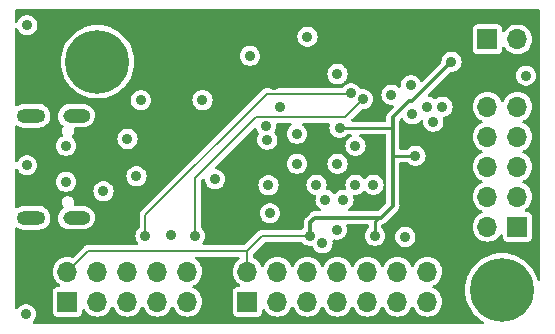
<source format=gbr>
%TF.GenerationSoftware,KiCad,Pcbnew,7.0.6*%
%TF.CreationDate,2023-11-01T23:53:57-04:00*%
%TF.ProjectId,FT2232_Board,46543232-3332-45f4-926f-6172642e6b69,rev?*%
%TF.SameCoordinates,Original*%
%TF.FileFunction,Copper,L3,Inr*%
%TF.FilePolarity,Positive*%
%FSLAX46Y46*%
G04 Gerber Fmt 4.6, Leading zero omitted, Abs format (unit mm)*
G04 Created by KiCad (PCBNEW 7.0.6) date 2023-11-01 23:53:57*
%MOMM*%
%LPD*%
G01*
G04 APERTURE LIST*
%TA.AperFunction,ComponentPad*%
%ADD10C,0.800000*%
%TD*%
%TA.AperFunction,ComponentPad*%
%ADD11C,5.400000*%
%TD*%
%TA.AperFunction,ComponentPad*%
%ADD12R,1.700000X1.700000*%
%TD*%
%TA.AperFunction,ComponentPad*%
%ADD13O,1.700000X1.700000*%
%TD*%
%TA.AperFunction,ComponentPad*%
%ADD14O,2.316000X1.158000*%
%TD*%
%TA.AperFunction,ComponentPad*%
%ADD15O,2.400000X1.200000*%
%TD*%
%TA.AperFunction,ViaPad*%
%ADD16C,0.900000*%
%TD*%
%TA.AperFunction,Conductor*%
%ADD17C,0.200000*%
%TD*%
%TA.AperFunction,Conductor*%
%ADD18C,0.250000*%
%TD*%
%TA.AperFunction,Conductor*%
%ADD19C,0.300000*%
%TD*%
G04 APERTURE END LIST*
D10*
%TO.N,GND*%
%TO.C,H2*%
X147107309Y-99475891D03*
D11*
X148539200Y-98044000D03*
D10*
X148539200Y-100069000D03*
X149971091Y-96612109D03*
X146514200Y-98044000D03*
X148539200Y-96019000D03*
X150564200Y-98044000D03*
X149971091Y-99475891D03*
X147107309Y-96612109D03*
%TD*%
%TO.N,GND*%
%TO.C,H1*%
X112868109Y-80171891D03*
D11*
X114300000Y-78740000D03*
D10*
X114300000Y-80765000D03*
X115731891Y-77308109D03*
X112275000Y-78740000D03*
X114300000Y-76715000D03*
X116325000Y-78740000D03*
X115731891Y-80171891D03*
X112868109Y-77308109D03*
%TD*%
D12*
%TO.N,/VCCIO*%
%TO.C,J4*%
X147315000Y-76835000D03*
D13*
%TO.N,GND*%
X149855000Y-76835000D03*
%TD*%
D12*
%TO.N,GND*%
%TO.C,J3*%
X127000000Y-99060000D03*
D13*
%TO.N,/VCCIO*%
X127000000Y-96520000D03*
%TO.N,/GPIOL0*%
X129540000Y-99060000D03*
%TO.N,/GPIOH0*%
X129540000Y-96520000D03*
%TO.N,/GPIOL1*%
X132080000Y-99060000D03*
%TO.N,/GPIOH1*%
X132080000Y-96520000D03*
%TO.N,/GPIOL2*%
X134620000Y-99060000D03*
%TO.N,/GPIOH2*%
X134620000Y-96520000D03*
%TO.N,/GPIOL3*%
X137160000Y-99060000D03*
%TO.N,/GPIOH3*%
X137160000Y-96520000D03*
%TO.N,/GPIOH6*%
X139700000Y-99060000D03*
%TO.N,/GPIOH4*%
X139700000Y-96520000D03*
%TO.N,/GPIOH7*%
X142240000Y-99060000D03*
%TO.N,/GPIOH5*%
X142240000Y-96520000D03*
%TD*%
D12*
%TO.N,/UART_TX_OUT*%
%TO.C,J5*%
X149860000Y-92710000D03*
D13*
%TO.N,GND*%
X147320000Y-92710000D03*
%TO.N,/UART_RX_IN*%
X149860000Y-90170000D03*
%TO.N,/TXDEN_OUT*%
X147320000Y-90170000D03*
%TO.N,/UART_RTS_OUT*%
X149860000Y-87630000D03*
%TO.N,/UART_RI_IN*%
X147320000Y-87630000D03*
%TO.N,/UART_CTS_IN*%
X149860000Y-85090000D03*
%TO.N,/UART_DCD_IN*%
X147320000Y-85090000D03*
%TO.N,/UART_DTR_OUT*%
X149860000Y-82550000D03*
%TO.N,/UART_DSR_IN*%
X147320000Y-82550000D03*
%TD*%
D12*
%TO.N,/TCK*%
%TO.C,J2*%
X111760000Y-99060000D03*
D13*
%TO.N,/VCCIO*%
X111760000Y-96520000D03*
%TO.N,GND*%
X114300000Y-99060000D03*
X114300000Y-96520000D03*
%TO.N,/TDI*%
X116840000Y-99060000D03*
%TO.N,GND*%
X116840000Y-96520000D03*
%TO.N,/TMS*%
X119380000Y-99060000D03*
%TO.N,GND*%
X119380000Y-96520000D03*
%TO.N,/TDO*%
X121920000Y-99060000D03*
%TO.N,unconnected-(J102-Pin_10-Pad10)*%
X121920000Y-96520000D03*
%TD*%
D14*
%TO.N,GND*%
%TO.C,J1*%
X112523500Y-83308000D03*
X112523500Y-91948000D03*
D15*
X108698500Y-83308000D03*
X108698500Y-91948000D03*
%TD*%
D16*
%TO.N,GND*%
X140360400Y-93573600D03*
X150571200Y-79908400D03*
X132080000Y-76606400D03*
X108254800Y-100126800D03*
X108356400Y-75641200D03*
%TO.N,Net-(U101-OSCO)*%
X128676400Y-85344000D03*
%TO.N,Net-(U101-OSCI)*%
X128574800Y-84175600D03*
%TO.N,GND*%
X140817600Y-80721200D03*
X117957600Y-81991200D03*
X117602000Y-88442800D03*
X124256800Y-88696800D03*
X120548400Y-93370400D03*
%TO.N,/TX_LED*%
X135763000Y-81407000D03*
%TO.N,/RX_LED*%
X136779000Y-81915000D03*
X122555000Y-93495500D03*
%TO.N,/TX_LED*%
X118364000Y-93472000D03*
%TO.N,/3.3V*%
X124142500Y-91630500D03*
%TO.N,GND*%
X128905000Y-91567000D03*
%TO.N,/GPIOL0*%
X133604000Y-90424000D03*
%TO.N,/GPIOL2*%
X135128000Y-90424000D03*
%TO.N,/GPIOL1*%
X133350000Y-94100500D03*
%TO.N,/GPIOL3*%
X134546500Y-92964000D03*
%TO.N,/TXDEN_OUT*%
X140970000Y-83185000D03*
%TO.N,/UART_RI_IN*%
X142240000Y-82550000D03*
%TO.N,/UART_DCD_IN*%
X142735500Y-83820000D03*
%TO.N,/UART_DSR_IN*%
X143510000Y-82550000D03*
%TO.N,Net-(U101-VPHY)*%
X131191000Y-87376000D03*
X131191000Y-84836000D03*
%TO.N,/3.3V*%
X120650000Y-83058000D03*
X120650000Y-76758800D03*
%TO.N,GND*%
X123190000Y-81991200D03*
%TO.N,/3.3V*%
X108331000Y-81661000D03*
%TO.N,Net-(J101-CC2)*%
X111633000Y-88900000D03*
%TO.N,Net-(J101-CC1)*%
X111633000Y-85852000D03*
%TO.N,GND*%
X108331000Y-87503000D03*
%TO.N,/USB_5V*%
X116840000Y-85278000D03*
X114808000Y-89712800D03*
%TO.N,GND*%
X134620000Y-79781400D03*
%TO.N,/VCCIO*%
X132296000Y-93472000D03*
%TO.N,/1.8V*%
X128778000Y-89200000D03*
X137668000Y-89154000D03*
%TO.N,GND*%
X134620000Y-87376000D03*
X132842000Y-89154000D03*
X136144000Y-89154000D03*
X136144000Y-85852000D03*
X127203200Y-78232000D03*
%TO.N,/1.8V*%
X129794000Y-82550000D03*
%TO.N,/3.3V*%
X129286000Y-80721200D03*
X137796000Y-81026000D03*
%TO.N,/1.8V*%
X139192000Y-81534000D03*
%TO.N,/VCCIO*%
X137796000Y-93472000D03*
X134796000Y-84328000D03*
X141224000Y-86700000D03*
X144272000Y-78740000D03*
%TD*%
D17*
%TO.N,/VCCIO*%
X113538000Y-94742000D02*
X111760000Y-96520000D01*
X127000000Y-94742000D02*
X113538000Y-94742000D01*
D18*
X134796000Y-84328000D02*
X139319000Y-84328000D01*
D19*
X139319000Y-84328000D02*
X139319000Y-86741000D01*
X139319000Y-83439000D02*
X139319000Y-84328000D01*
X140665200Y-82092800D02*
X139319000Y-83439000D01*
X140919200Y-82092800D02*
X140665200Y-82092800D01*
X144272000Y-78740000D02*
X140919200Y-82092800D01*
D17*
%TO.N,/RX_LED*%
X122555000Y-88620600D02*
X122555000Y-93495500D01*
X127762000Y-83413600D02*
X122555000Y-88620600D01*
X135280400Y-83413600D02*
X127762000Y-83413600D01*
X136779000Y-81915000D02*
X135280400Y-83413600D01*
%TO.N,/TX_LED*%
X128637600Y-81471200D02*
X118364000Y-91744800D01*
X118364000Y-91744800D02*
X118364000Y-91846400D01*
X135698800Y-81471200D02*
X128637600Y-81471200D01*
X135763000Y-81407000D02*
X135698800Y-81471200D01*
X118364000Y-91846400D02*
X118364000Y-93472000D01*
%TO.N,/VCCIO*%
X128270000Y-93472000D02*
X132296000Y-93472000D01*
X127000000Y-94742000D02*
X128270000Y-93472000D01*
X127000000Y-96520000D02*
X127000000Y-94742000D01*
D19*
X139319000Y-86741000D02*
X139319000Y-90932000D01*
D18*
X141224000Y-86700000D02*
X139360000Y-86700000D01*
X139360000Y-86700000D02*
X139319000Y-86741000D01*
X137796000Y-93472000D02*
X137796000Y-92201000D01*
D19*
X138049000Y-91948000D02*
X132715000Y-91948000D01*
X138303000Y-91948000D02*
X138049000Y-91948000D01*
D18*
X137796000Y-92201000D02*
X138049000Y-91948000D01*
D19*
X132334000Y-93434000D02*
X132296000Y-93472000D01*
X139319000Y-90932000D02*
X138303000Y-91948000D01*
X132715000Y-91948000D02*
X132334000Y-92329000D01*
X132334000Y-92329000D02*
X132334000Y-93434000D01*
%TD*%
%TA.AperFunction,Conductor*%
%TO.N,/3.3V*%
G36*
X130698336Y-83933785D02*
G01*
X130744091Y-83986589D01*
X130754035Y-84055747D01*
X130725010Y-84119303D01*
X130704184Y-84138416D01*
X130687970Y-84150197D01*
X130618768Y-84200475D01*
X130499140Y-84333336D01*
X130409750Y-84488164D01*
X130409747Y-84488170D01*
X130354504Y-84658192D01*
X130354503Y-84658194D01*
X130335815Y-84836000D01*
X130354503Y-85013805D01*
X130354504Y-85013807D01*
X130409747Y-85183829D01*
X130409750Y-85183835D01*
X130499141Y-85338665D01*
X130540812Y-85384946D01*
X130618764Y-85471521D01*
X130618767Y-85471523D01*
X130618770Y-85471526D01*
X130763407Y-85576612D01*
X130926733Y-85649329D01*
X131101609Y-85686500D01*
X131101610Y-85686500D01*
X131280389Y-85686500D01*
X131280391Y-85686500D01*
X131455267Y-85649329D01*
X131618593Y-85576612D01*
X131763230Y-85471526D01*
X131777386Y-85455805D01*
X131789148Y-85442741D01*
X131882859Y-85338665D01*
X131972250Y-85183835D01*
X132027497Y-85013803D01*
X132046185Y-84836000D01*
X132027497Y-84658197D01*
X131983285Y-84522127D01*
X131972252Y-84488170D01*
X131972249Y-84488164D01*
X131958686Y-84464672D01*
X131882859Y-84333335D01*
X131823617Y-84267540D01*
X131763235Y-84200478D01*
X131763232Y-84200476D01*
X131763231Y-84200475D01*
X131763230Y-84200474D01*
X131677817Y-84138417D01*
X131635152Y-84083087D01*
X131629174Y-84013474D01*
X131661780Y-83951679D01*
X131722619Y-83917322D01*
X131750704Y-83914100D01*
X133865544Y-83914100D01*
X133932583Y-83933785D01*
X133978338Y-83986589D01*
X133988282Y-84055747D01*
X133983475Y-84076418D01*
X133959504Y-84150192D01*
X133959503Y-84150194D01*
X133940815Y-84327999D01*
X133959503Y-84505805D01*
X133959504Y-84505807D01*
X134014747Y-84675829D01*
X134014750Y-84675835D01*
X134104141Y-84830665D01*
X134137211Y-84867393D01*
X134223764Y-84963521D01*
X134223767Y-84963523D01*
X134223770Y-84963526D01*
X134368407Y-85068612D01*
X134531733Y-85141329D01*
X134706609Y-85178500D01*
X134706610Y-85178500D01*
X134885389Y-85178500D01*
X134885391Y-85178500D01*
X135060267Y-85141329D01*
X135223593Y-85068612D01*
X135368230Y-84963526D01*
X135368235Y-84963521D01*
X135430357Y-84894528D01*
X135489844Y-84857879D01*
X135522507Y-84853500D01*
X135712260Y-84853500D01*
X135779299Y-84873185D01*
X135825054Y-84925989D01*
X135834998Y-84995147D01*
X135805973Y-85058703D01*
X135762696Y-85090779D01*
X135716408Y-85111387D01*
X135571768Y-85216475D01*
X135452140Y-85349336D01*
X135362750Y-85504164D01*
X135362747Y-85504170D01*
X135307504Y-85674192D01*
X135307503Y-85674194D01*
X135288815Y-85851999D01*
X135307503Y-86029805D01*
X135307504Y-86029807D01*
X135362747Y-86199829D01*
X135362750Y-86199835D01*
X135452141Y-86354665D01*
X135487372Y-86393793D01*
X135571764Y-86487521D01*
X135571767Y-86487523D01*
X135571770Y-86487526D01*
X135716407Y-86592612D01*
X135879733Y-86665329D01*
X136054609Y-86702500D01*
X136054610Y-86702500D01*
X136233389Y-86702500D01*
X136233391Y-86702500D01*
X136408267Y-86665329D01*
X136571593Y-86592612D01*
X136716230Y-86487526D01*
X136835859Y-86354665D01*
X136925250Y-86199835D01*
X136980497Y-86029803D01*
X136999185Y-85852000D01*
X136980497Y-85674197D01*
X136945477Y-85566416D01*
X136925252Y-85504170D01*
X136925249Y-85504164D01*
X136835859Y-85349335D01*
X136789003Y-85297296D01*
X136716235Y-85216478D01*
X136716232Y-85216476D01*
X136716231Y-85216475D01*
X136716230Y-85216474D01*
X136571593Y-85111388D01*
X136525303Y-85090778D01*
X136472068Y-85045530D01*
X136451746Y-84978681D01*
X136470791Y-84911457D01*
X136523157Y-84865201D01*
X136575740Y-84853500D01*
X138644500Y-84853500D01*
X138711539Y-84873185D01*
X138757294Y-84925989D01*
X138768500Y-84977500D01*
X138768500Y-89121955D01*
X138760005Y-89150884D01*
X138766477Y-89163737D01*
X138768500Y-89186044D01*
X138768500Y-90652612D01*
X138748815Y-90719651D01*
X138732181Y-90740293D01*
X138111294Y-91361181D01*
X138049971Y-91394666D01*
X138023613Y-91397500D01*
X135614993Y-91397500D01*
X135547954Y-91377815D01*
X135502199Y-91325011D01*
X135492255Y-91255853D01*
X135521280Y-91192297D01*
X135552997Y-91166110D01*
X135555583Y-91164616D01*
X135555593Y-91164612D01*
X135700230Y-91059526D01*
X135819859Y-90926665D01*
X135909250Y-90771835D01*
X135964497Y-90601803D01*
X135983185Y-90424000D01*
X135964497Y-90246197D01*
X135938704Y-90166817D01*
X135936710Y-90096977D01*
X135972790Y-90037144D01*
X136035491Y-90006316D01*
X136056636Y-90004500D01*
X136233389Y-90004500D01*
X136233391Y-90004500D01*
X136408267Y-89967329D01*
X136571593Y-89894612D01*
X136716230Y-89789526D01*
X136717176Y-89788476D01*
X136760222Y-89740668D01*
X136813851Y-89681106D01*
X136873335Y-89644460D01*
X136943192Y-89645789D01*
X136998149Y-89681108D01*
X137095764Y-89789521D01*
X137095767Y-89789523D01*
X137095770Y-89789526D01*
X137240407Y-89894612D01*
X137403733Y-89967329D01*
X137578609Y-90004500D01*
X137578610Y-90004500D01*
X137757389Y-90004500D01*
X137757391Y-90004500D01*
X137932267Y-89967329D01*
X138095593Y-89894612D01*
X138240230Y-89789526D01*
X138241176Y-89788476D01*
X138308838Y-89713329D01*
X138359859Y-89656665D01*
X138449250Y-89501835D01*
X138504497Y-89331803D01*
X138521179Y-89173080D01*
X138526936Y-89159089D01*
X138525523Y-89156890D01*
X138521179Y-89134917D01*
X138515712Y-89082900D01*
X138504497Y-88976197D01*
X138468759Y-88866207D01*
X138449252Y-88806170D01*
X138449249Y-88806164D01*
X138359859Y-88651335D01*
X138313003Y-88599296D01*
X138240235Y-88518478D01*
X138240232Y-88518476D01*
X138240231Y-88518475D01*
X138240230Y-88518474D01*
X138095593Y-88413388D01*
X137932267Y-88340671D01*
X137932265Y-88340670D01*
X137804594Y-88313533D01*
X137757391Y-88303500D01*
X137578609Y-88303500D01*
X137547954Y-88310015D01*
X137403733Y-88340670D01*
X137403728Y-88340672D01*
X137240408Y-88413387D01*
X137095771Y-88518473D01*
X137095770Y-88518474D01*
X137003813Y-88620603D01*
X136998150Y-88626892D01*
X136938663Y-88663540D01*
X136868806Y-88662209D01*
X136813850Y-88626891D01*
X136716235Y-88518478D01*
X136716232Y-88518476D01*
X136716231Y-88518475D01*
X136716230Y-88518474D01*
X136571593Y-88413388D01*
X136408267Y-88340671D01*
X136408265Y-88340670D01*
X136280594Y-88313533D01*
X136233391Y-88303500D01*
X136054609Y-88303500D01*
X136023954Y-88310015D01*
X135879733Y-88340670D01*
X135879728Y-88340672D01*
X135716408Y-88413387D01*
X135571768Y-88518475D01*
X135452140Y-88651336D01*
X135362750Y-88806164D01*
X135362747Y-88806170D01*
X135307504Y-88976192D01*
X135307503Y-88976194D01*
X135288815Y-89153999D01*
X135307503Y-89331805D01*
X135307504Y-89331807D01*
X135333295Y-89411182D01*
X135335290Y-89481023D01*
X135299210Y-89540856D01*
X135236509Y-89571684D01*
X135215364Y-89573500D01*
X135038609Y-89573500D01*
X135007954Y-89580015D01*
X134863733Y-89610670D01*
X134863728Y-89610672D01*
X134700408Y-89683387D01*
X134555771Y-89788473D01*
X134555770Y-89788474D01*
X134460205Y-89894610D01*
X134458150Y-89896892D01*
X134398663Y-89933540D01*
X134328806Y-89932209D01*
X134273850Y-89896891D01*
X134176235Y-89788478D01*
X134176232Y-89788476D01*
X134176231Y-89788475D01*
X134176230Y-89788474D01*
X134031593Y-89683388D01*
X133868267Y-89610671D01*
X133868265Y-89610670D01*
X133740706Y-89583557D01*
X133679224Y-89550365D01*
X133645448Y-89489202D01*
X133648555Y-89423952D01*
X133678497Y-89331803D01*
X133697185Y-89154000D01*
X133678497Y-88976197D01*
X133642759Y-88866207D01*
X133623252Y-88806170D01*
X133623249Y-88806164D01*
X133533859Y-88651335D01*
X133487003Y-88599296D01*
X133414235Y-88518478D01*
X133414232Y-88518476D01*
X133414231Y-88518475D01*
X133414230Y-88518474D01*
X133269593Y-88413388D01*
X133106267Y-88340671D01*
X133106265Y-88340670D01*
X132978594Y-88313533D01*
X132931391Y-88303500D01*
X132752609Y-88303500D01*
X132721954Y-88310015D01*
X132577733Y-88340670D01*
X132577728Y-88340672D01*
X132414408Y-88413387D01*
X132269768Y-88518475D01*
X132150140Y-88651336D01*
X132060750Y-88806164D01*
X132060747Y-88806170D01*
X132005504Y-88976192D01*
X132005503Y-88976194D01*
X131986815Y-89154000D01*
X132005503Y-89331805D01*
X132005504Y-89331807D01*
X132060747Y-89501829D01*
X132060750Y-89501835D01*
X132150141Y-89656665D01*
X132183382Y-89693583D01*
X132269764Y-89789521D01*
X132269767Y-89789523D01*
X132269770Y-89789526D01*
X132414407Y-89894612D01*
X132577733Y-89967329D01*
X132577735Y-89967329D01*
X132577736Y-89967330D01*
X132633108Y-89979099D01*
X132705293Y-89994442D01*
X132766774Y-90027634D01*
X132800551Y-90088797D01*
X132797443Y-90154050D01*
X132767504Y-90246192D01*
X132767503Y-90246194D01*
X132758913Y-90327921D01*
X132748815Y-90424000D01*
X132751942Y-90453747D01*
X132767503Y-90601805D01*
X132767504Y-90601807D01*
X132822747Y-90771829D01*
X132822750Y-90771835D01*
X132912141Y-90926665D01*
X132916475Y-90931478D01*
X133031764Y-91059521D01*
X133031767Y-91059523D01*
X133031770Y-91059526D01*
X133176407Y-91164612D01*
X133176412Y-91164614D01*
X133179003Y-91166110D01*
X133180207Y-91167372D01*
X133181665Y-91168432D01*
X133181471Y-91168698D01*
X133227220Y-91216676D01*
X133240446Y-91285282D01*
X133214481Y-91350148D01*
X133157568Y-91390678D01*
X133117007Y-91397500D01*
X132724397Y-91397500D01*
X132658174Y-91395238D01*
X132658173Y-91395238D01*
X132658171Y-91395238D01*
X132615170Y-91405717D01*
X132608930Y-91406902D01*
X132565079Y-91412930D01*
X132548616Y-91420081D01*
X132528575Y-91426820D01*
X132511150Y-91431066D01*
X132511145Y-91431068D01*
X132472567Y-91452758D01*
X132466881Y-91455582D01*
X132426279Y-91473220D01*
X132412357Y-91484546D01*
X132394883Y-91496438D01*
X132379246Y-91505230D01*
X132379239Y-91505235D01*
X132347939Y-91536535D01*
X132343225Y-91540789D01*
X132308891Y-91568722D01*
X132298541Y-91583385D01*
X132284920Y-91599554D01*
X131951383Y-91933092D01*
X131902956Y-91978320D01*
X131902953Y-91978322D01*
X131879955Y-92016139D01*
X131876384Y-92021387D01*
X131849641Y-92056655D01*
X131849636Y-92056663D01*
X131843055Y-92073352D01*
X131833653Y-92092283D01*
X131824327Y-92107619D01*
X131812385Y-92150237D01*
X131810362Y-92156255D01*
X131794122Y-92197440D01*
X131792288Y-92215284D01*
X131788342Y-92236048D01*
X131783501Y-92253328D01*
X131783500Y-92253337D01*
X131783500Y-92297594D01*
X131783175Y-92303935D01*
X131782797Y-92307612D01*
X131778648Y-92347970D01*
X131778648Y-92347975D01*
X131781697Y-92365656D01*
X131783500Y-92386724D01*
X131783500Y-92729896D01*
X131763815Y-92796935D01*
X131732389Y-92830211D01*
X131728569Y-92832987D01*
X131723767Y-92836476D01*
X131723764Y-92836478D01*
X131639133Y-92930472D01*
X131579646Y-92967121D01*
X131546983Y-92971500D01*
X128337143Y-92971500D01*
X128310785Y-92968666D01*
X128306074Y-92967641D01*
X128306070Y-92967641D01*
X128267552Y-92970396D01*
X128254328Y-92971342D01*
X128249906Y-92971500D01*
X128234199Y-92971500D01*
X128218656Y-92973734D01*
X128214260Y-92974207D01*
X128162517Y-92977909D01*
X128162513Y-92977910D01*
X128157986Y-92979598D01*
X128132327Y-92986146D01*
X128127550Y-92986833D01*
X128127543Y-92986835D01*
X128080353Y-93008385D01*
X128076264Y-93010078D01*
X128027675Y-93028200D01*
X128027664Y-93028206D01*
X128023799Y-93031100D01*
X128001020Y-93044615D01*
X127996636Y-93046617D01*
X127996626Y-93046623D01*
X127972676Y-93067375D01*
X127957428Y-93080587D01*
X127953996Y-93083354D01*
X127941402Y-93092781D01*
X127930291Y-93103892D01*
X127927055Y-93106905D01*
X127887861Y-93140867D01*
X127887854Y-93140876D01*
X127885243Y-93144938D01*
X127868616Y-93165568D01*
X126829005Y-94205181D01*
X126767682Y-94238666D01*
X126741324Y-94241500D01*
X123306268Y-94241500D01*
X123239229Y-94221815D01*
X123193474Y-94169011D01*
X123183530Y-94099853D01*
X123212555Y-94036297D01*
X123214118Y-94034528D01*
X123237266Y-94008819D01*
X123246859Y-93998165D01*
X123336250Y-93843335D01*
X123391497Y-93673303D01*
X123410185Y-93495500D01*
X123391497Y-93317697D01*
X123361626Y-93225764D01*
X123336252Y-93147670D01*
X123336249Y-93147664D01*
X123246859Y-92992835D01*
X123188462Y-92927979D01*
X123127235Y-92859978D01*
X123127226Y-92859971D01*
X123106613Y-92844994D01*
X123063947Y-92789664D01*
X123055499Y-92744677D01*
X123055499Y-91567000D01*
X128049815Y-91567000D01*
X128068503Y-91744805D01*
X128068504Y-91744807D01*
X128123747Y-91914829D01*
X128123750Y-91914835D01*
X128213141Y-92069665D01*
X128241244Y-92100876D01*
X128332764Y-92202521D01*
X128332767Y-92202523D01*
X128332770Y-92202526D01*
X128477407Y-92307612D01*
X128640733Y-92380329D01*
X128815609Y-92417500D01*
X128815610Y-92417500D01*
X128994389Y-92417500D01*
X128994391Y-92417500D01*
X129169267Y-92380329D01*
X129332593Y-92307612D01*
X129477230Y-92202526D01*
X129479441Y-92200071D01*
X129503148Y-92173741D01*
X129596859Y-92069665D01*
X129686250Y-91914835D01*
X129741497Y-91744803D01*
X129760185Y-91567000D01*
X129741497Y-91389197D01*
X129704230Y-91274500D01*
X129686252Y-91219170D01*
X129686249Y-91219164D01*
X129677690Y-91204339D01*
X129596859Y-91064335D01*
X129518115Y-90976881D01*
X129477235Y-90931478D01*
X129477232Y-90931476D01*
X129477231Y-90931475D01*
X129477230Y-90931474D01*
X129332593Y-90826388D01*
X129169267Y-90753671D01*
X129169265Y-90753670D01*
X129009215Y-90719651D01*
X128994391Y-90716500D01*
X128815609Y-90716500D01*
X128800785Y-90719651D01*
X128640733Y-90753670D01*
X128640728Y-90753672D01*
X128477408Y-90826387D01*
X128332768Y-90931475D01*
X128213140Y-91064336D01*
X128123750Y-91219164D01*
X128123747Y-91219170D01*
X128068504Y-91389192D01*
X128068503Y-91389194D01*
X128049815Y-91567000D01*
X123055499Y-91567000D01*
X123055499Y-90826387D01*
X123055499Y-88879271D01*
X123075184Y-88812236D01*
X123091805Y-88791607D01*
X123197342Y-88686071D01*
X123258662Y-88652589D01*
X123328354Y-88657573D01*
X123384287Y-88699445D01*
X123408341Y-88760793D01*
X123420303Y-88874604D01*
X123420304Y-88874607D01*
X123475547Y-89044629D01*
X123475550Y-89044635D01*
X123564941Y-89199465D01*
X123606612Y-89245746D01*
X123684564Y-89332321D01*
X123684567Y-89332323D01*
X123684570Y-89332326D01*
X123829207Y-89437412D01*
X123992533Y-89510129D01*
X124167409Y-89547300D01*
X124167410Y-89547300D01*
X124346189Y-89547300D01*
X124346191Y-89547300D01*
X124521067Y-89510129D01*
X124684393Y-89437412D01*
X124829030Y-89332326D01*
X124829498Y-89331807D01*
X124897638Y-89256129D01*
X124948177Y-89200000D01*
X127922815Y-89200000D01*
X127941503Y-89377805D01*
X127941504Y-89377807D01*
X127996747Y-89547829D01*
X127996750Y-89547835D01*
X128086141Y-89702665D01*
X128120359Y-89740668D01*
X128205764Y-89835521D01*
X128205767Y-89835523D01*
X128205770Y-89835526D01*
X128350407Y-89940612D01*
X128513733Y-90013329D01*
X128688609Y-90050500D01*
X128688610Y-90050500D01*
X128867389Y-90050500D01*
X128867391Y-90050500D01*
X129042267Y-90013329D01*
X129205593Y-89940612D01*
X129350230Y-89835526D01*
X129469859Y-89702665D01*
X129559250Y-89547835D01*
X129614497Y-89377803D01*
X129633185Y-89200000D01*
X129614497Y-89022197D01*
X129585773Y-88933793D01*
X129559252Y-88852170D01*
X129559249Y-88852164D01*
X129548641Y-88833790D01*
X129469859Y-88697335D01*
X129400769Y-88620603D01*
X129350235Y-88564478D01*
X129350232Y-88564476D01*
X129350231Y-88564475D01*
X129350230Y-88564474D01*
X129205593Y-88459388D01*
X129042267Y-88386671D01*
X129042265Y-88386670D01*
X128914594Y-88359533D01*
X128867391Y-88349500D01*
X128688609Y-88349500D01*
X128657954Y-88356015D01*
X128513733Y-88386670D01*
X128513728Y-88386672D01*
X128350408Y-88459387D01*
X128205768Y-88564475D01*
X128086140Y-88697336D01*
X127996750Y-88852164D01*
X127996747Y-88852170D01*
X127941504Y-89022192D01*
X127941503Y-89022194D01*
X127922815Y-89200000D01*
X124948177Y-89200000D01*
X124948659Y-89199465D01*
X125038050Y-89044635D01*
X125093297Y-88874603D01*
X125111985Y-88696800D01*
X125093297Y-88518997D01*
X125053767Y-88397336D01*
X125038052Y-88348970D01*
X125038049Y-88348964D01*
X125033261Y-88340671D01*
X124948659Y-88194135D01*
X124878855Y-88116610D01*
X124829035Y-88061278D01*
X124829032Y-88061276D01*
X124829031Y-88061275D01*
X124829030Y-88061274D01*
X124684393Y-87956188D01*
X124521067Y-87883471D01*
X124521065Y-87883470D01*
X124393394Y-87856333D01*
X124346191Y-87846300D01*
X124336475Y-87846300D01*
X124269436Y-87826615D01*
X124223681Y-87773811D01*
X124213737Y-87704653D01*
X124242762Y-87641097D01*
X124248794Y-87634619D01*
X124507414Y-87375999D01*
X130335815Y-87375999D01*
X130354503Y-87553805D01*
X130354504Y-87553807D01*
X130409747Y-87723829D01*
X130409750Y-87723835D01*
X130499141Y-87878665D01*
X130524609Y-87906950D01*
X130618764Y-88011521D01*
X130618767Y-88011523D01*
X130618770Y-88011526D01*
X130763407Y-88116612D01*
X130926733Y-88189329D01*
X131101609Y-88226500D01*
X131101610Y-88226500D01*
X131280389Y-88226500D01*
X131280391Y-88226500D01*
X131455267Y-88189329D01*
X131618593Y-88116612D01*
X131763230Y-88011526D01*
X131768508Y-88005665D01*
X131789148Y-87982741D01*
X131882859Y-87878665D01*
X131972250Y-87723835D01*
X132027497Y-87553803D01*
X132046185Y-87376000D01*
X132046185Y-87375999D01*
X133764815Y-87375999D01*
X133783503Y-87553805D01*
X133783504Y-87553807D01*
X133838747Y-87723829D01*
X133838750Y-87723835D01*
X133928141Y-87878665D01*
X133953609Y-87906950D01*
X134047764Y-88011521D01*
X134047767Y-88011523D01*
X134047770Y-88011526D01*
X134192407Y-88116612D01*
X134355733Y-88189329D01*
X134530609Y-88226500D01*
X134530610Y-88226500D01*
X134709389Y-88226500D01*
X134709391Y-88226500D01*
X134884267Y-88189329D01*
X135047593Y-88116612D01*
X135192230Y-88011526D01*
X135197508Y-88005665D01*
X135218148Y-87982741D01*
X135311859Y-87878665D01*
X135401250Y-87723835D01*
X135456497Y-87553803D01*
X135475185Y-87376000D01*
X135456497Y-87198197D01*
X135407641Y-87047835D01*
X135401252Y-87028170D01*
X135401249Y-87028164D01*
X135311859Y-86873335D01*
X135265003Y-86821296D01*
X135192235Y-86740478D01*
X135192232Y-86740476D01*
X135192231Y-86740475D01*
X135192230Y-86740474D01*
X135047593Y-86635388D01*
X134884267Y-86562671D01*
X134884265Y-86562670D01*
X134756594Y-86535533D01*
X134709391Y-86525500D01*
X134530609Y-86525500D01*
X134499954Y-86532015D01*
X134355733Y-86562670D01*
X134355728Y-86562672D01*
X134192408Y-86635387D01*
X134047768Y-86740475D01*
X133928140Y-86873336D01*
X133838750Y-87028164D01*
X133838747Y-87028170D01*
X133783504Y-87198192D01*
X133783503Y-87198194D01*
X133764815Y-87375999D01*
X132046185Y-87375999D01*
X132027497Y-87198197D01*
X131978641Y-87047835D01*
X131972252Y-87028170D01*
X131972249Y-87028164D01*
X131882859Y-86873335D01*
X131836003Y-86821296D01*
X131763235Y-86740478D01*
X131763232Y-86740476D01*
X131763231Y-86740475D01*
X131763230Y-86740474D01*
X131618593Y-86635388D01*
X131455267Y-86562671D01*
X131455265Y-86562670D01*
X131327594Y-86535533D01*
X131280391Y-86525500D01*
X131101609Y-86525500D01*
X131070954Y-86532015D01*
X130926733Y-86562670D01*
X130926728Y-86562672D01*
X130763408Y-86635387D01*
X130618768Y-86740475D01*
X130499140Y-86873336D01*
X130409750Y-87028164D01*
X130409747Y-87028170D01*
X130354504Y-87198192D01*
X130354503Y-87198194D01*
X130335815Y-87375999D01*
X124507414Y-87375999D01*
X125864803Y-86018610D01*
X127544141Y-84339271D01*
X127605462Y-84305788D01*
X127675154Y-84310772D01*
X127731087Y-84352644D01*
X127749751Y-84388636D01*
X127793547Y-84523429D01*
X127793550Y-84523435D01*
X127882941Y-84678265D01*
X127919937Y-84719353D01*
X127941928Y-84743777D01*
X127972158Y-84806769D01*
X127963533Y-84876104D01*
X127957166Y-84888748D01*
X127895149Y-84996166D01*
X127895147Y-84996170D01*
X127839904Y-85166192D01*
X127839903Y-85166194D01*
X127821215Y-85344000D01*
X127839903Y-85521805D01*
X127839904Y-85521807D01*
X127895147Y-85691829D01*
X127895150Y-85691835D01*
X127984541Y-85846665D01*
X127987094Y-85849500D01*
X128104164Y-85979521D01*
X128104167Y-85979523D01*
X128104170Y-85979526D01*
X128248807Y-86084612D01*
X128412133Y-86157329D01*
X128587009Y-86194500D01*
X128587010Y-86194500D01*
X128765789Y-86194500D01*
X128765791Y-86194500D01*
X128940667Y-86157329D01*
X129103993Y-86084612D01*
X129248630Y-85979526D01*
X129266762Y-85959389D01*
X129274548Y-85950741D01*
X129368259Y-85846665D01*
X129457650Y-85691835D01*
X129512897Y-85521803D01*
X129531585Y-85344000D01*
X129512897Y-85166197D01*
X129469598Y-85032936D01*
X129457652Y-84996170D01*
X129457649Y-84996164D01*
X129456698Y-84994517D01*
X129368259Y-84841335D01*
X129309270Y-84775821D01*
X129279040Y-84712831D01*
X129287665Y-84643496D01*
X129294026Y-84630863D01*
X129356050Y-84523435D01*
X129411297Y-84353403D01*
X129429985Y-84175600D01*
X129416895Y-84051060D01*
X129429464Y-83982332D01*
X129477196Y-83931308D01*
X129540216Y-83914100D01*
X130631297Y-83914100D01*
X130698336Y-83933785D01*
G37*
%TD.AperFunction*%
%TA.AperFunction,Conductor*%
G36*
X151708039Y-74314685D02*
G01*
X151753794Y-74367489D01*
X151765000Y-74419000D01*
X151765000Y-97162874D01*
X151745315Y-97229913D01*
X151692511Y-97275668D01*
X151623353Y-97285612D01*
X151559797Y-97256587D01*
X151522023Y-97197809D01*
X151521846Y-97197202D01*
X151507566Y-97147635D01*
X151470321Y-97018356D01*
X151337055Y-96696624D01*
X151168605Y-96391836D01*
X150967088Y-96107824D01*
X150735039Y-95848161D01*
X150475376Y-95616112D01*
X150191364Y-95414595D01*
X149886576Y-95246145D01*
X149877776Y-95242500D01*
X149819941Y-95218544D01*
X149564844Y-95112879D01*
X149397528Y-95064675D01*
X149230217Y-95016474D01*
X149230209Y-95016472D01*
X148886900Y-94958142D01*
X148886888Y-94958140D01*
X148539200Y-94938615D01*
X148191511Y-94958140D01*
X148191499Y-94958142D01*
X147848190Y-95016472D01*
X147848182Y-95016474D01*
X147513559Y-95112878D01*
X147513556Y-95112879D01*
X147419324Y-95151910D01*
X147191825Y-95246144D01*
X146887035Y-95414595D01*
X146685518Y-95557579D01*
X146603024Y-95616112D01*
X146343361Y-95848161D01*
X146126636Y-96090677D01*
X146111313Y-96107823D01*
X145909795Y-96391835D01*
X145741344Y-96696625D01*
X145724216Y-96737977D01*
X145617167Y-96996417D01*
X145608078Y-97018359D01*
X145511674Y-97352982D01*
X145511672Y-97352990D01*
X145453342Y-97696299D01*
X145453340Y-97696311D01*
X145433815Y-98044000D01*
X145453340Y-98391688D01*
X145453342Y-98391700D01*
X145511672Y-98735009D01*
X145511674Y-98735017D01*
X145539565Y-98831827D01*
X145608079Y-99069644D01*
X145693679Y-99276300D01*
X145739195Y-99386187D01*
X145741345Y-99391376D01*
X145909795Y-99696164D01*
X146111312Y-99980176D01*
X146343361Y-100239839D01*
X146603024Y-100471888D01*
X146887036Y-100673405D01*
X146993910Y-100732472D01*
X147043063Y-100782129D01*
X147057566Y-100850477D01*
X147032816Y-100915816D01*
X146976670Y-100957401D01*
X146933929Y-100965000D01*
X108923051Y-100965000D01*
X108856012Y-100945315D01*
X108810257Y-100892511D01*
X108800313Y-100823353D01*
X108829338Y-100759797D01*
X108830901Y-100758028D01*
X108873533Y-100710678D01*
X108946659Y-100629465D01*
X109036050Y-100474635D01*
X109091297Y-100304603D01*
X109109985Y-100126800D01*
X109091297Y-99948997D01*
X109036050Y-99778965D01*
X108946659Y-99624135D01*
X108899803Y-99572096D01*
X108827035Y-99491278D01*
X108827032Y-99491276D01*
X108827031Y-99491275D01*
X108827030Y-99491274D01*
X108682393Y-99386188D01*
X108519067Y-99313471D01*
X108519065Y-99313470D01*
X108391394Y-99286333D01*
X108344191Y-99276300D01*
X108165409Y-99276300D01*
X108134754Y-99282815D01*
X107990533Y-99313470D01*
X107990528Y-99313472D01*
X107827208Y-99386187D01*
X107682568Y-99491275D01*
X107562940Y-99624136D01*
X107546387Y-99652807D01*
X107495820Y-99701022D01*
X107427213Y-99714246D01*
X107362349Y-99688278D01*
X107321820Y-99631364D01*
X107315000Y-99590807D01*
X107315000Y-96520002D01*
X110504723Y-96520002D01*
X110523793Y-96737975D01*
X110523793Y-96737979D01*
X110580422Y-96949322D01*
X110580424Y-96949326D01*
X110580425Y-96949330D01*
X110612614Y-97018359D01*
X110672897Y-97147638D01*
X110672898Y-97147639D01*
X110798402Y-97326877D01*
X110953123Y-97481598D01*
X111099263Y-97583926D01*
X111142887Y-97638502D01*
X111150081Y-97708000D01*
X111118558Y-97770355D01*
X111058328Y-97805769D01*
X111028140Y-97809500D01*
X110878482Y-97809500D01*
X110797519Y-97822323D01*
X110784696Y-97824354D01*
X110671658Y-97881950D01*
X110671657Y-97881950D01*
X110671657Y-97881951D01*
X110671652Y-97881954D01*
X110581954Y-97971652D01*
X110581951Y-97971657D01*
X110581950Y-97971658D01*
X110562751Y-98009337D01*
X110524352Y-98084698D01*
X110509500Y-98178475D01*
X110509500Y-99941517D01*
X110510685Y-99948997D01*
X110524354Y-100035304D01*
X110581950Y-100148342D01*
X110581952Y-100148344D01*
X110581954Y-100148347D01*
X110671652Y-100238045D01*
X110671654Y-100238046D01*
X110671658Y-100238050D01*
X110784694Y-100295645D01*
X110784698Y-100295647D01*
X110878475Y-100310499D01*
X110878481Y-100310500D01*
X112641518Y-100310499D01*
X112735304Y-100295646D01*
X112848342Y-100238050D01*
X112938050Y-100148342D01*
X112995646Y-100035304D01*
X112995646Y-100035302D01*
X112995647Y-100035301D01*
X113006282Y-99968147D01*
X113010500Y-99941519D01*
X113010499Y-99791859D01*
X113030183Y-99724823D01*
X113082987Y-99679068D01*
X113152145Y-99669124D01*
X113215701Y-99698149D01*
X113236073Y-99720738D01*
X113338402Y-99866877D01*
X113493123Y-100021598D01*
X113672361Y-100147102D01*
X113870670Y-100239575D01*
X113870676Y-100239576D01*
X113870677Y-100239577D01*
X113871655Y-100239839D01*
X114082023Y-100296207D01*
X114264926Y-100312208D01*
X114299998Y-100315277D01*
X114300000Y-100315277D01*
X114300002Y-100315277D01*
X114328254Y-100312805D01*
X114517977Y-100296207D01*
X114729330Y-100239575D01*
X114927639Y-100147102D01*
X115106877Y-100021598D01*
X115261598Y-99866877D01*
X115387102Y-99687639D01*
X115457618Y-99536414D01*
X115503790Y-99483977D01*
X115570984Y-99464825D01*
X115637865Y-99485041D01*
X115682381Y-99536414D01*
X115752898Y-99687639D01*
X115878402Y-99866877D01*
X116033123Y-100021598D01*
X116212361Y-100147102D01*
X116410670Y-100239575D01*
X116410676Y-100239576D01*
X116410677Y-100239577D01*
X116411655Y-100239839D01*
X116622023Y-100296207D01*
X116804926Y-100312208D01*
X116839998Y-100315277D01*
X116840000Y-100315277D01*
X116840002Y-100315277D01*
X116868254Y-100312805D01*
X117057977Y-100296207D01*
X117269330Y-100239575D01*
X117467639Y-100147102D01*
X117646877Y-100021598D01*
X117801598Y-99866877D01*
X117927102Y-99687639D01*
X117997618Y-99536414D01*
X118043790Y-99483977D01*
X118110984Y-99464825D01*
X118177865Y-99485041D01*
X118222381Y-99536414D01*
X118292898Y-99687639D01*
X118418402Y-99866877D01*
X118573123Y-100021598D01*
X118752361Y-100147102D01*
X118950670Y-100239575D01*
X118950676Y-100239576D01*
X118950677Y-100239577D01*
X118951655Y-100239839D01*
X119162023Y-100296207D01*
X119344926Y-100312208D01*
X119379998Y-100315277D01*
X119380000Y-100315277D01*
X119380002Y-100315277D01*
X119408254Y-100312805D01*
X119597977Y-100296207D01*
X119809330Y-100239575D01*
X120007639Y-100147102D01*
X120186877Y-100021598D01*
X120341598Y-99866877D01*
X120467102Y-99687639D01*
X120537619Y-99536414D01*
X120583789Y-99483977D01*
X120650982Y-99464825D01*
X120717863Y-99485040D01*
X120762381Y-99536416D01*
X120832897Y-99687638D01*
X120832898Y-99687639D01*
X120958402Y-99866877D01*
X121113123Y-100021598D01*
X121292361Y-100147102D01*
X121490670Y-100239575D01*
X121490676Y-100239576D01*
X121490677Y-100239577D01*
X121491655Y-100239839D01*
X121702023Y-100296207D01*
X121884926Y-100312208D01*
X121919998Y-100315277D01*
X121920000Y-100315277D01*
X121920002Y-100315277D01*
X121948254Y-100312805D01*
X122137977Y-100296207D01*
X122349330Y-100239575D01*
X122547639Y-100147102D01*
X122726877Y-100021598D01*
X122881598Y-99866877D01*
X123007102Y-99687639D01*
X123099575Y-99489330D01*
X123156207Y-99277977D01*
X123175277Y-99060000D01*
X123156207Y-98842023D01*
X123099575Y-98630670D01*
X123007102Y-98432362D01*
X123007100Y-98432359D01*
X123007099Y-98432357D01*
X122881599Y-98253124D01*
X122806950Y-98178475D01*
X122726877Y-98098402D01*
X122547639Y-97972898D01*
X122396414Y-97902381D01*
X122343977Y-97856210D01*
X122324825Y-97789016D01*
X122345041Y-97722135D01*
X122396414Y-97677618D01*
X122547639Y-97607102D01*
X122726877Y-97481598D01*
X122881598Y-97326877D01*
X123007102Y-97147639D01*
X123099575Y-96949330D01*
X123156207Y-96737977D01*
X123175277Y-96520000D01*
X123156207Y-96302023D01*
X123106141Y-96115174D01*
X123099577Y-96090677D01*
X123099576Y-96090676D01*
X123099575Y-96090670D01*
X123007102Y-95892362D01*
X123007100Y-95892359D01*
X123007099Y-95892357D01*
X122881599Y-95713124D01*
X122881596Y-95713121D01*
X122726877Y-95558402D01*
X122597874Y-95468073D01*
X122554251Y-95413497D01*
X122547059Y-95343999D01*
X122578581Y-95281644D01*
X122638811Y-95246231D01*
X122669000Y-95242500D01*
X126251000Y-95242500D01*
X126318039Y-95262185D01*
X126363794Y-95314989D01*
X126373738Y-95384147D01*
X126344713Y-95447703D01*
X126322123Y-95468075D01*
X126193121Y-95558402D01*
X126038402Y-95713121D01*
X125912900Y-95892357D01*
X125912898Y-95892361D01*
X125820426Y-96090668D01*
X125820422Y-96090677D01*
X125763793Y-96302020D01*
X125763793Y-96302024D01*
X125744723Y-96519997D01*
X125744723Y-96520002D01*
X125763793Y-96737975D01*
X125763793Y-96737979D01*
X125820422Y-96949322D01*
X125820424Y-96949326D01*
X125820425Y-96949330D01*
X125852614Y-97018359D01*
X125912897Y-97147638D01*
X125912898Y-97147639D01*
X126038402Y-97326877D01*
X126193123Y-97481598D01*
X126339263Y-97583926D01*
X126382887Y-97638502D01*
X126390081Y-97708000D01*
X126358558Y-97770355D01*
X126298328Y-97805769D01*
X126268140Y-97809500D01*
X126118482Y-97809500D01*
X126037519Y-97822323D01*
X126024696Y-97824354D01*
X125911658Y-97881950D01*
X125911657Y-97881950D01*
X125911657Y-97881951D01*
X125911652Y-97881954D01*
X125821954Y-97971652D01*
X125821951Y-97971657D01*
X125821950Y-97971658D01*
X125802751Y-98009337D01*
X125764352Y-98084698D01*
X125749500Y-98178475D01*
X125749500Y-99941517D01*
X125750685Y-99948997D01*
X125764354Y-100035304D01*
X125821950Y-100148342D01*
X125821952Y-100148344D01*
X125821954Y-100148347D01*
X125911652Y-100238045D01*
X125911654Y-100238046D01*
X125911658Y-100238050D01*
X126024694Y-100295645D01*
X126024698Y-100295647D01*
X126118475Y-100310499D01*
X126118481Y-100310500D01*
X127881518Y-100310499D01*
X127975304Y-100295646D01*
X128088342Y-100238050D01*
X128178050Y-100148342D01*
X128235646Y-100035304D01*
X128235646Y-100035302D01*
X128235647Y-100035301D01*
X128246282Y-99968147D01*
X128250500Y-99941519D01*
X128250499Y-99791859D01*
X128270183Y-99724823D01*
X128322987Y-99679068D01*
X128392145Y-99669124D01*
X128455701Y-99698149D01*
X128476073Y-99720738D01*
X128578402Y-99866877D01*
X128733123Y-100021598D01*
X128912361Y-100147102D01*
X129110670Y-100239575D01*
X129110676Y-100239576D01*
X129110677Y-100239577D01*
X129111655Y-100239839D01*
X129322023Y-100296207D01*
X129504926Y-100312208D01*
X129539998Y-100315277D01*
X129540000Y-100315277D01*
X129540002Y-100315277D01*
X129568254Y-100312805D01*
X129757977Y-100296207D01*
X129969330Y-100239575D01*
X130167639Y-100147102D01*
X130346877Y-100021598D01*
X130501598Y-99866877D01*
X130627102Y-99687639D01*
X130697618Y-99536414D01*
X130743790Y-99483977D01*
X130810984Y-99464825D01*
X130877865Y-99485041D01*
X130922381Y-99536414D01*
X130992898Y-99687639D01*
X131118402Y-99866877D01*
X131273123Y-100021598D01*
X131452361Y-100147102D01*
X131650670Y-100239575D01*
X131650676Y-100239576D01*
X131650677Y-100239577D01*
X131651655Y-100239839D01*
X131862023Y-100296207D01*
X132044926Y-100312208D01*
X132079998Y-100315277D01*
X132080000Y-100315277D01*
X132080002Y-100315277D01*
X132108254Y-100312805D01*
X132297977Y-100296207D01*
X132509330Y-100239575D01*
X132707639Y-100147102D01*
X132886877Y-100021598D01*
X133041598Y-99866877D01*
X133167102Y-99687639D01*
X133237618Y-99536414D01*
X133283790Y-99483977D01*
X133350984Y-99464825D01*
X133417865Y-99485041D01*
X133462381Y-99536414D01*
X133532898Y-99687639D01*
X133658402Y-99866877D01*
X133813123Y-100021598D01*
X133992361Y-100147102D01*
X134190670Y-100239575D01*
X134190676Y-100239576D01*
X134190677Y-100239577D01*
X134191655Y-100239839D01*
X134402023Y-100296207D01*
X134584926Y-100312208D01*
X134619998Y-100315277D01*
X134620000Y-100315277D01*
X134620002Y-100315277D01*
X134648254Y-100312805D01*
X134837977Y-100296207D01*
X135049330Y-100239575D01*
X135247639Y-100147102D01*
X135426877Y-100021598D01*
X135581598Y-99866877D01*
X135707102Y-99687639D01*
X135777618Y-99536414D01*
X135823790Y-99483977D01*
X135890984Y-99464825D01*
X135957865Y-99485041D01*
X136002381Y-99536414D01*
X136072898Y-99687639D01*
X136198402Y-99866877D01*
X136353123Y-100021598D01*
X136532361Y-100147102D01*
X136730670Y-100239575D01*
X136730676Y-100239576D01*
X136730677Y-100239577D01*
X136731655Y-100239839D01*
X136942023Y-100296207D01*
X137124926Y-100312208D01*
X137159998Y-100315277D01*
X137160000Y-100315277D01*
X137160002Y-100315277D01*
X137188254Y-100312805D01*
X137377977Y-100296207D01*
X137589330Y-100239575D01*
X137787639Y-100147102D01*
X137966877Y-100021598D01*
X138121598Y-99866877D01*
X138247102Y-99687639D01*
X138317618Y-99536414D01*
X138363790Y-99483977D01*
X138430984Y-99464825D01*
X138497865Y-99485041D01*
X138542381Y-99536414D01*
X138612898Y-99687639D01*
X138738402Y-99866877D01*
X138893123Y-100021598D01*
X139072361Y-100147102D01*
X139270670Y-100239575D01*
X139270676Y-100239576D01*
X139270677Y-100239577D01*
X139271655Y-100239839D01*
X139482023Y-100296207D01*
X139664926Y-100312208D01*
X139699998Y-100315277D01*
X139700000Y-100315277D01*
X139700002Y-100315277D01*
X139728254Y-100312805D01*
X139917977Y-100296207D01*
X140129330Y-100239575D01*
X140327639Y-100147102D01*
X140506877Y-100021598D01*
X140661598Y-99866877D01*
X140787102Y-99687639D01*
X140857618Y-99536414D01*
X140903790Y-99483977D01*
X140970984Y-99464825D01*
X141037865Y-99485041D01*
X141082381Y-99536414D01*
X141152898Y-99687639D01*
X141278402Y-99866877D01*
X141433123Y-100021598D01*
X141612361Y-100147102D01*
X141810670Y-100239575D01*
X141810676Y-100239576D01*
X141810677Y-100239577D01*
X141811655Y-100239839D01*
X142022023Y-100296207D01*
X142204926Y-100312208D01*
X142239998Y-100315277D01*
X142240000Y-100315277D01*
X142240002Y-100315277D01*
X142268254Y-100312805D01*
X142457977Y-100296207D01*
X142669330Y-100239575D01*
X142867639Y-100147102D01*
X143046877Y-100021598D01*
X143201598Y-99866877D01*
X143327102Y-99687639D01*
X143419575Y-99489330D01*
X143476207Y-99277977D01*
X143495277Y-99060000D01*
X143476207Y-98842023D01*
X143419575Y-98630670D01*
X143327102Y-98432362D01*
X143327100Y-98432359D01*
X143327099Y-98432357D01*
X143201599Y-98253124D01*
X143126950Y-98178475D01*
X143046877Y-98098402D01*
X142867639Y-97972898D01*
X142716414Y-97902381D01*
X142663977Y-97856210D01*
X142644825Y-97789016D01*
X142665041Y-97722135D01*
X142716414Y-97677618D01*
X142867639Y-97607102D01*
X143046877Y-97481598D01*
X143201598Y-97326877D01*
X143327102Y-97147639D01*
X143419575Y-96949330D01*
X143476207Y-96737977D01*
X143495277Y-96520000D01*
X143476207Y-96302023D01*
X143426141Y-96115174D01*
X143419577Y-96090677D01*
X143419576Y-96090676D01*
X143419575Y-96090670D01*
X143327102Y-95892362D01*
X143327100Y-95892359D01*
X143327099Y-95892357D01*
X143201599Y-95713124D01*
X143201596Y-95713121D01*
X143046877Y-95558402D01*
X142867639Y-95432898D01*
X142867640Y-95432898D01*
X142867638Y-95432897D01*
X142763092Y-95384147D01*
X142669330Y-95340425D01*
X142669326Y-95340424D01*
X142669322Y-95340422D01*
X142457977Y-95283793D01*
X142240002Y-95264723D01*
X142239998Y-95264723D01*
X142094682Y-95277436D01*
X142022023Y-95283793D01*
X142022020Y-95283793D01*
X141810677Y-95340422D01*
X141810668Y-95340426D01*
X141612361Y-95432898D01*
X141612357Y-95432900D01*
X141433121Y-95558402D01*
X141278402Y-95713121D01*
X141152900Y-95892357D01*
X141152898Y-95892361D01*
X141082382Y-96043583D01*
X141036209Y-96096022D01*
X140969016Y-96115174D01*
X140902135Y-96094958D01*
X140857618Y-96043583D01*
X140843118Y-96012488D01*
X140787102Y-95892362D01*
X140787100Y-95892359D01*
X140787099Y-95892357D01*
X140661599Y-95713124D01*
X140661596Y-95713121D01*
X140506877Y-95558402D01*
X140327639Y-95432898D01*
X140327640Y-95432898D01*
X140327638Y-95432897D01*
X140223092Y-95384147D01*
X140129330Y-95340425D01*
X140129326Y-95340424D01*
X140129322Y-95340422D01*
X139917977Y-95283793D01*
X139700002Y-95264723D01*
X139699998Y-95264723D01*
X139554681Y-95277436D01*
X139482023Y-95283793D01*
X139482020Y-95283793D01*
X139270677Y-95340422D01*
X139270668Y-95340426D01*
X139072361Y-95432898D01*
X139072357Y-95432900D01*
X138893121Y-95558402D01*
X138738402Y-95713121D01*
X138612900Y-95892357D01*
X138612898Y-95892361D01*
X138542382Y-96043583D01*
X138496209Y-96096022D01*
X138429016Y-96115174D01*
X138362135Y-96094958D01*
X138317618Y-96043583D01*
X138303118Y-96012488D01*
X138247102Y-95892362D01*
X138247100Y-95892359D01*
X138247099Y-95892357D01*
X138121599Y-95713124D01*
X138121596Y-95713121D01*
X137966877Y-95558402D01*
X137787639Y-95432898D01*
X137787640Y-95432898D01*
X137787638Y-95432897D01*
X137683092Y-95384147D01*
X137589330Y-95340425D01*
X137589326Y-95340424D01*
X137589322Y-95340422D01*
X137377977Y-95283793D01*
X137160002Y-95264723D01*
X137159998Y-95264723D01*
X137014681Y-95277436D01*
X136942023Y-95283793D01*
X136942020Y-95283793D01*
X136730677Y-95340422D01*
X136730668Y-95340426D01*
X136532361Y-95432898D01*
X136532357Y-95432900D01*
X136353121Y-95558402D01*
X136198402Y-95713121D01*
X136072900Y-95892357D01*
X136072898Y-95892361D01*
X136002382Y-96043583D01*
X135956209Y-96096022D01*
X135889016Y-96115174D01*
X135822135Y-96094958D01*
X135777618Y-96043583D01*
X135763118Y-96012488D01*
X135707102Y-95892362D01*
X135707100Y-95892359D01*
X135707099Y-95892357D01*
X135581599Y-95713124D01*
X135581596Y-95713121D01*
X135426877Y-95558402D01*
X135247639Y-95432898D01*
X135247640Y-95432898D01*
X135247638Y-95432897D01*
X135143092Y-95384147D01*
X135049330Y-95340425D01*
X135049326Y-95340424D01*
X135049322Y-95340422D01*
X134837977Y-95283793D01*
X134620002Y-95264723D01*
X134619998Y-95264723D01*
X134474681Y-95277436D01*
X134402023Y-95283793D01*
X134402020Y-95283793D01*
X134190677Y-95340422D01*
X134190668Y-95340426D01*
X133992361Y-95432898D01*
X133992357Y-95432900D01*
X133813121Y-95558402D01*
X133658402Y-95713121D01*
X133532900Y-95892357D01*
X133532898Y-95892361D01*
X133462382Y-96043583D01*
X133416209Y-96096022D01*
X133349016Y-96115174D01*
X133282135Y-96094958D01*
X133237618Y-96043583D01*
X133223118Y-96012488D01*
X133167102Y-95892362D01*
X133167100Y-95892359D01*
X133167099Y-95892357D01*
X133041599Y-95713124D01*
X133041596Y-95713121D01*
X132886877Y-95558402D01*
X132707639Y-95432898D01*
X132707640Y-95432898D01*
X132707638Y-95432897D01*
X132603092Y-95384147D01*
X132509330Y-95340425D01*
X132509326Y-95340424D01*
X132509322Y-95340422D01*
X132297977Y-95283793D01*
X132080002Y-95264723D01*
X132079998Y-95264723D01*
X131934682Y-95277436D01*
X131862023Y-95283793D01*
X131862020Y-95283793D01*
X131650677Y-95340422D01*
X131650668Y-95340426D01*
X131452361Y-95432898D01*
X131452357Y-95432900D01*
X131273121Y-95558402D01*
X131118402Y-95713121D01*
X130992900Y-95892357D01*
X130992898Y-95892361D01*
X130922382Y-96043583D01*
X130876209Y-96096022D01*
X130809016Y-96115174D01*
X130742135Y-96094958D01*
X130697618Y-96043583D01*
X130683118Y-96012488D01*
X130627102Y-95892362D01*
X130627100Y-95892359D01*
X130627099Y-95892357D01*
X130501599Y-95713124D01*
X130501596Y-95713121D01*
X130346877Y-95558402D01*
X130167639Y-95432898D01*
X130167640Y-95432898D01*
X130167638Y-95432897D01*
X130063092Y-95384147D01*
X129969330Y-95340425D01*
X129969326Y-95340424D01*
X129969322Y-95340422D01*
X129757977Y-95283793D01*
X129540002Y-95264723D01*
X129539998Y-95264723D01*
X129394682Y-95277436D01*
X129322023Y-95283793D01*
X129322020Y-95283793D01*
X129110677Y-95340422D01*
X129110668Y-95340426D01*
X128912361Y-95432898D01*
X128912357Y-95432900D01*
X128733121Y-95558402D01*
X128578402Y-95713121D01*
X128452900Y-95892357D01*
X128452898Y-95892361D01*
X128382382Y-96043583D01*
X128336209Y-96096022D01*
X128269016Y-96115174D01*
X128202135Y-96094958D01*
X128157618Y-96043583D01*
X128143118Y-96012488D01*
X128087102Y-95892362D01*
X128087100Y-95892359D01*
X128087099Y-95892357D01*
X127961599Y-95713124D01*
X127961596Y-95713121D01*
X127806877Y-95558402D01*
X127627639Y-95432898D01*
X127627640Y-95432898D01*
X127627638Y-95432897D01*
X127572094Y-95406997D01*
X127519655Y-95360824D01*
X127500499Y-95294617D01*
X127500499Y-95000674D01*
X127520184Y-94933636D01*
X127536813Y-94912999D01*
X128440994Y-94008819D01*
X128502318Y-93975334D01*
X128528676Y-93972500D01*
X131546983Y-93972500D01*
X131614022Y-93992185D01*
X131639133Y-94013528D01*
X131723764Y-94107521D01*
X131723767Y-94107523D01*
X131723770Y-94107526D01*
X131868407Y-94212612D01*
X132031733Y-94285329D01*
X132206609Y-94322500D01*
X132206610Y-94322500D01*
X132385390Y-94322500D01*
X132385391Y-94322500D01*
X132409449Y-94317386D01*
X132479115Y-94322701D01*
X132534849Y-94364838D01*
X132553161Y-94400358D01*
X132568747Y-94448328D01*
X132568750Y-94448335D01*
X132658141Y-94603165D01*
X132699812Y-94649446D01*
X132777764Y-94736021D01*
X132777767Y-94736023D01*
X132777770Y-94736026D01*
X132922407Y-94841112D01*
X133085733Y-94913829D01*
X133260609Y-94951000D01*
X133260610Y-94951000D01*
X133439389Y-94951000D01*
X133439391Y-94951000D01*
X133614267Y-94913829D01*
X133777593Y-94841112D01*
X133922230Y-94736026D01*
X134041859Y-94603165D01*
X134131250Y-94448335D01*
X134186497Y-94278303D01*
X134205185Y-94100500D01*
X134186520Y-93922924D01*
X134199089Y-93854199D01*
X134246821Y-93803175D01*
X134314561Y-93786057D01*
X134335620Y-93788676D01*
X134457109Y-93814500D01*
X134457110Y-93814500D01*
X134635889Y-93814500D01*
X134635891Y-93814500D01*
X134810767Y-93777329D01*
X134974093Y-93704612D01*
X135118730Y-93599526D01*
X135125941Y-93591518D01*
X135164938Y-93548207D01*
X135238359Y-93466665D01*
X135327750Y-93311835D01*
X135382997Y-93141803D01*
X135401685Y-92964000D01*
X135382997Y-92786197D01*
X135342259Y-92660818D01*
X135340264Y-92590977D01*
X135376344Y-92531144D01*
X135439045Y-92500316D01*
X135460190Y-92498500D01*
X137146500Y-92498500D01*
X137213539Y-92518185D01*
X137259294Y-92570989D01*
X137270500Y-92622500D01*
X137270500Y-92739341D01*
X137250815Y-92806380D01*
X137227580Y-92830994D01*
X137228599Y-92832126D01*
X137223769Y-92836474D01*
X137104140Y-92969336D01*
X137014750Y-93124164D01*
X137014747Y-93124170D01*
X136959504Y-93294192D01*
X136959503Y-93294194D01*
X136940815Y-93472000D01*
X136959503Y-93649805D01*
X136959504Y-93649807D01*
X137014747Y-93819829D01*
X137014750Y-93819835D01*
X137104141Y-93974665D01*
X137125300Y-93998164D01*
X137223764Y-94107521D01*
X137223767Y-94107523D01*
X137223770Y-94107526D01*
X137368407Y-94212612D01*
X137531733Y-94285329D01*
X137706609Y-94322500D01*
X137706610Y-94322500D01*
X137885389Y-94322500D01*
X137885391Y-94322500D01*
X138060267Y-94285329D01*
X138223593Y-94212612D01*
X138368230Y-94107526D01*
X138374557Y-94100500D01*
X138399756Y-94072513D01*
X138487859Y-93974665D01*
X138577250Y-93819835D01*
X138632497Y-93649803D01*
X138640506Y-93573599D01*
X139505215Y-93573599D01*
X139523903Y-93751405D01*
X139523904Y-93751407D01*
X139579147Y-93921429D01*
X139579150Y-93921435D01*
X139668541Y-94076265D01*
X139710212Y-94122546D01*
X139788164Y-94209121D01*
X139788167Y-94209123D01*
X139788170Y-94209126D01*
X139932807Y-94314212D01*
X140096133Y-94386929D01*
X140271009Y-94424100D01*
X140271010Y-94424100D01*
X140449789Y-94424100D01*
X140449791Y-94424100D01*
X140624667Y-94386929D01*
X140787993Y-94314212D01*
X140932630Y-94209126D01*
X140936183Y-94205181D01*
X140992957Y-94142126D01*
X141052259Y-94076265D01*
X141141650Y-93921435D01*
X141196897Y-93751403D01*
X141215585Y-93573600D01*
X141196897Y-93395797D01*
X141151186Y-93255114D01*
X141141652Y-93225770D01*
X141141649Y-93225764D01*
X141122500Y-93192597D01*
X141052259Y-93070935D01*
X140995939Y-93008385D01*
X140932635Y-92938078D01*
X140932632Y-92938076D01*
X140932631Y-92938075D01*
X140932630Y-92938074D01*
X140787993Y-92832988D01*
X140624667Y-92760271D01*
X140624665Y-92760270D01*
X140496994Y-92733133D01*
X140449791Y-92723100D01*
X140271009Y-92723100D01*
X140240354Y-92729615D01*
X140096133Y-92760270D01*
X140096128Y-92760272D01*
X139932808Y-92832987D01*
X139788168Y-92938075D01*
X139668540Y-93070936D01*
X139579150Y-93225764D01*
X139579147Y-93225770D01*
X139523904Y-93395792D01*
X139523903Y-93395794D01*
X139505215Y-93573599D01*
X138640506Y-93573599D01*
X138651185Y-93472000D01*
X138632497Y-93294197D01*
X138590703Y-93165568D01*
X138577252Y-93124170D01*
X138577250Y-93124167D01*
X138577250Y-93124165D01*
X138487859Y-92969335D01*
X138368230Y-92836474D01*
X138363401Y-92832126D01*
X138365226Y-92830098D01*
X138329924Y-92784266D01*
X138321500Y-92739341D01*
X138321500Y-92710002D01*
X146064723Y-92710002D01*
X146071897Y-92792001D01*
X146077843Y-92859972D01*
X146083793Y-92927975D01*
X146083793Y-92927979D01*
X146140422Y-93139322D01*
X146140424Y-93139326D01*
X146140425Y-93139330D01*
X146173519Y-93210300D01*
X146232897Y-93337638D01*
X146257998Y-93373486D01*
X146358402Y-93516877D01*
X146513123Y-93671598D01*
X146692361Y-93797102D01*
X146890670Y-93889575D01*
X147102023Y-93946207D01*
X147284926Y-93962208D01*
X147319998Y-93965277D01*
X147320000Y-93965277D01*
X147320002Y-93965277D01*
X147348254Y-93962805D01*
X147537977Y-93946207D01*
X147749330Y-93889575D01*
X147947639Y-93797102D01*
X148126877Y-93671598D01*
X148281598Y-93516877D01*
X148383928Y-93370734D01*
X148438502Y-93327112D01*
X148508000Y-93319918D01*
X148570355Y-93351441D01*
X148605769Y-93411670D01*
X148609500Y-93441859D01*
X148609500Y-93591517D01*
X148618732Y-93649803D01*
X148624354Y-93685304D01*
X148681950Y-93798342D01*
X148681952Y-93798344D01*
X148681954Y-93798347D01*
X148771652Y-93888045D01*
X148771654Y-93888046D01*
X148771658Y-93888050D01*
X148884694Y-93945645D01*
X148884698Y-93945647D01*
X148978475Y-93960499D01*
X148978481Y-93960500D01*
X150741518Y-93960499D01*
X150835304Y-93945646D01*
X150948342Y-93888050D01*
X151038050Y-93798342D01*
X151095646Y-93685304D01*
X151095646Y-93685302D01*
X151095647Y-93685301D01*
X151109232Y-93599523D01*
X151110500Y-93591519D01*
X151110499Y-91828482D01*
X151095646Y-91734696D01*
X151038050Y-91621658D01*
X151038046Y-91621654D01*
X151038045Y-91621652D01*
X150948347Y-91531954D01*
X150948344Y-91531952D01*
X150948342Y-91531950D01*
X150871517Y-91492805D01*
X150835301Y-91474352D01*
X150741524Y-91459500D01*
X150591862Y-91459500D01*
X150524823Y-91439815D01*
X150479068Y-91387011D01*
X150469124Y-91317853D01*
X150498149Y-91254297D01*
X150520734Y-91233928D01*
X150666877Y-91131598D01*
X150821598Y-90976877D01*
X150947102Y-90797639D01*
X151039575Y-90599330D01*
X151096207Y-90387977D01*
X151115277Y-90170000D01*
X151113591Y-90150733D01*
X151111511Y-90126949D01*
X151096207Y-89952023D01*
X151039575Y-89740670D01*
X150947102Y-89542362D01*
X150947100Y-89542359D01*
X150947099Y-89542357D01*
X150821599Y-89363124D01*
X150751775Y-89293300D01*
X150666877Y-89208402D01*
X150487639Y-89082898D01*
X150336414Y-89012381D01*
X150283977Y-88966210D01*
X150264825Y-88899016D01*
X150285041Y-88832135D01*
X150336414Y-88787618D01*
X150487639Y-88717102D01*
X150666877Y-88591598D01*
X150821598Y-88436877D01*
X150947102Y-88257639D01*
X151039575Y-88059330D01*
X151096207Y-87847977D01*
X151115277Y-87630000D01*
X151096207Y-87412023D01*
X151040724Y-87204958D01*
X151039577Y-87200677D01*
X151039576Y-87200676D01*
X151039575Y-87200670D01*
X150947102Y-87002362D01*
X150947100Y-87002359D01*
X150947099Y-87002357D01*
X150821599Y-86823124D01*
X150760862Y-86762387D01*
X150666877Y-86668402D01*
X150487639Y-86542898D01*
X150336414Y-86472381D01*
X150283977Y-86426210D01*
X150264825Y-86359016D01*
X150285041Y-86292135D01*
X150336414Y-86247618D01*
X150487639Y-86177102D01*
X150666877Y-86051598D01*
X150821598Y-85896877D01*
X150947102Y-85717639D01*
X151039575Y-85519330D01*
X151096207Y-85307977D01*
X151115277Y-85090000D01*
X151096207Y-84872023D01*
X151044289Y-84678263D01*
X151039577Y-84660677D01*
X151039576Y-84660676D01*
X151039575Y-84660670D01*
X150947102Y-84462362D01*
X150947100Y-84462359D01*
X150947099Y-84462357D01*
X150821599Y-84283124D01*
X150751234Y-84212759D01*
X150666877Y-84128402D01*
X150487639Y-84002898D01*
X150336414Y-83932381D01*
X150283977Y-83886210D01*
X150264825Y-83819016D01*
X150285041Y-83752135D01*
X150336414Y-83707618D01*
X150487639Y-83637102D01*
X150666877Y-83511598D01*
X150821598Y-83356877D01*
X150947102Y-83177639D01*
X151039575Y-82979330D01*
X151096207Y-82767977D01*
X151115231Y-82550523D01*
X151115277Y-82550002D01*
X151115277Y-82549997D01*
X151111313Y-82504689D01*
X151096207Y-82332023D01*
X151039575Y-82120670D01*
X150947102Y-81922362D01*
X150947100Y-81922359D01*
X150947099Y-81922357D01*
X150821599Y-81743124D01*
X150745649Y-81667174D01*
X150666877Y-81588402D01*
X150487639Y-81462898D01*
X150487640Y-81462898D01*
X150487638Y-81462897D01*
X150339091Y-81393629D01*
X150289330Y-81370425D01*
X150289326Y-81370424D01*
X150289322Y-81370422D01*
X150077977Y-81313793D01*
X149860002Y-81294723D01*
X149859998Y-81294723D01*
X149714681Y-81307436D01*
X149642023Y-81313793D01*
X149642020Y-81313793D01*
X149430677Y-81370422D01*
X149430668Y-81370426D01*
X149232361Y-81462898D01*
X149232357Y-81462900D01*
X149053121Y-81588402D01*
X148898402Y-81743121D01*
X148772900Y-81922357D01*
X148772898Y-81922361D01*
X148702382Y-82073583D01*
X148656209Y-82126022D01*
X148589016Y-82145174D01*
X148522135Y-82124958D01*
X148477618Y-82073583D01*
X148454391Y-82023773D01*
X148407102Y-81922362D01*
X148407100Y-81922359D01*
X148407099Y-81922357D01*
X148281599Y-81743124D01*
X148205649Y-81667174D01*
X148126877Y-81588402D01*
X147947639Y-81462898D01*
X147947640Y-81462898D01*
X147947638Y-81462897D01*
X147799091Y-81393629D01*
X147749330Y-81370425D01*
X147749326Y-81370424D01*
X147749322Y-81370422D01*
X147537977Y-81313793D01*
X147320002Y-81294723D01*
X147319998Y-81294723D01*
X147174681Y-81307436D01*
X147102023Y-81313793D01*
X147102020Y-81313793D01*
X146890677Y-81370422D01*
X146890668Y-81370426D01*
X146692361Y-81462898D01*
X146692357Y-81462900D01*
X146513121Y-81588402D01*
X146358402Y-81743121D01*
X146232900Y-81922357D01*
X146232898Y-81922361D01*
X146140426Y-82120668D01*
X146140422Y-82120677D01*
X146083793Y-82332020D01*
X146083793Y-82332024D01*
X146064723Y-82549997D01*
X146064723Y-82550002D01*
X146083793Y-82767975D01*
X146083793Y-82767979D01*
X146140422Y-82979322D01*
X146140424Y-82979326D01*
X146140425Y-82979330D01*
X146162382Y-83026416D01*
X146232897Y-83177638D01*
X146250154Y-83202283D01*
X146358402Y-83356877D01*
X146513123Y-83511598D01*
X146635514Y-83597297D01*
X146692361Y-83637102D01*
X146843583Y-83707618D01*
X146896022Y-83753790D01*
X146915174Y-83820984D01*
X146894958Y-83887865D01*
X146843583Y-83932382D01*
X146692361Y-84002898D01*
X146692357Y-84002900D01*
X146513121Y-84128402D01*
X146358402Y-84283121D01*
X146232900Y-84462357D01*
X146232898Y-84462361D01*
X146140426Y-84660668D01*
X146140422Y-84660677D01*
X146083793Y-84872020D01*
X146083793Y-84872024D01*
X146064723Y-85089997D01*
X146064723Y-85090002D01*
X146071389Y-85166192D01*
X146081170Y-85278000D01*
X146083793Y-85307975D01*
X146083793Y-85307979D01*
X146140422Y-85519322D01*
X146140424Y-85519326D01*
X146140425Y-85519330D01*
X146162382Y-85566416D01*
X146232897Y-85717638D01*
X146232898Y-85717639D01*
X146358402Y-85896877D01*
X146513123Y-86051598D01*
X146682391Y-86170121D01*
X146692361Y-86177102D01*
X146843583Y-86247618D01*
X146896022Y-86293790D01*
X146915174Y-86360984D01*
X146894958Y-86427865D01*
X146843583Y-86472382D01*
X146692361Y-86542898D01*
X146692357Y-86542900D01*
X146513121Y-86668402D01*
X146358402Y-86823121D01*
X146232900Y-87002357D01*
X146232898Y-87002361D01*
X146140426Y-87200668D01*
X146140422Y-87200677D01*
X146083793Y-87412020D01*
X146083793Y-87412024D01*
X146064723Y-87629997D01*
X146064723Y-87630002D01*
X146071254Y-87704653D01*
X146080232Y-87807278D01*
X146083793Y-87847975D01*
X146083793Y-87847979D01*
X146140422Y-88059322D01*
X146140424Y-88059326D01*
X146140425Y-88059330D01*
X146162382Y-88106416D01*
X146232897Y-88257638D01*
X146238048Y-88264994D01*
X146358402Y-88436877D01*
X146513123Y-88591598D01*
X146692360Y-88717101D01*
X146692361Y-88717102D01*
X146843583Y-88787618D01*
X146896022Y-88833790D01*
X146915174Y-88900984D01*
X146894958Y-88967865D01*
X146843583Y-89012382D01*
X146692361Y-89082898D01*
X146692357Y-89082900D01*
X146513121Y-89208402D01*
X146358402Y-89363121D01*
X146232900Y-89542357D01*
X146232898Y-89542361D01*
X146140426Y-89740668D01*
X146140422Y-89740677D01*
X146083793Y-89952020D01*
X146083793Y-89952024D01*
X146064723Y-90169997D01*
X146064723Y-90170002D01*
X146083793Y-90387975D01*
X146083793Y-90387979D01*
X146140422Y-90599322D01*
X146140424Y-90599326D01*
X146140425Y-90599330D01*
X146162382Y-90646416D01*
X146232897Y-90797638D01*
X146232898Y-90797639D01*
X146358402Y-90976877D01*
X146513123Y-91131598D01*
X146688355Y-91254297D01*
X146692361Y-91257102D01*
X146843583Y-91327618D01*
X146896022Y-91373790D01*
X146915174Y-91440984D01*
X146894958Y-91507865D01*
X146843583Y-91552382D01*
X146692361Y-91622898D01*
X146692357Y-91622900D01*
X146513121Y-91748402D01*
X146358402Y-91903121D01*
X146232900Y-92082357D01*
X146232898Y-92082361D01*
X146140426Y-92280668D01*
X146140422Y-92280677D01*
X146083793Y-92492020D01*
X146083793Y-92492023D01*
X146082246Y-92509706D01*
X146064723Y-92709997D01*
X146064723Y-92710002D01*
X138321500Y-92710002D01*
X138321500Y-92609254D01*
X138341185Y-92542215D01*
X138393989Y-92496460D01*
X138428612Y-92486410D01*
X138452920Y-92483070D01*
X138469383Y-92475918D01*
X138489416Y-92469181D01*
X138506852Y-92464933D01*
X138545465Y-92443221D01*
X138551090Y-92440427D01*
X138591720Y-92422780D01*
X138605632Y-92411460D01*
X138623123Y-92399557D01*
X138638759Y-92390766D01*
X138670059Y-92359464D01*
X138674771Y-92355211D01*
X138709108Y-92327278D01*
X138719456Y-92312616D01*
X138733074Y-92296449D01*
X139701618Y-91327906D01*
X139750044Y-91282680D01*
X139773049Y-91244847D01*
X139776606Y-91239622D01*
X139803361Y-91204342D01*
X139809943Y-91187648D01*
X139819344Y-91168719D01*
X139828672Y-91153382D01*
X139840619Y-91110739D01*
X139842632Y-91104753D01*
X139858876Y-91063564D01*
X139858966Y-91062694D01*
X139860711Y-91045716D01*
X139864658Y-91024944D01*
X139869500Y-91007665D01*
X139869500Y-90963404D01*
X139869825Y-90957060D01*
X139872455Y-90931476D01*
X139874352Y-90913028D01*
X139871303Y-90895343D01*
X139869500Y-90874275D01*
X139869500Y-87349500D01*
X139889185Y-87282461D01*
X139941989Y-87236706D01*
X139993500Y-87225500D01*
X140497493Y-87225500D01*
X140564532Y-87245185D01*
X140589643Y-87266528D01*
X140651764Y-87335521D01*
X140651767Y-87335523D01*
X140651770Y-87335526D01*
X140796407Y-87440612D01*
X140959733Y-87513329D01*
X141134609Y-87550500D01*
X141134610Y-87550500D01*
X141313389Y-87550500D01*
X141313391Y-87550500D01*
X141488267Y-87513329D01*
X141651593Y-87440612D01*
X141796230Y-87335526D01*
X141805531Y-87325197D01*
X141858356Y-87266528D01*
X141915859Y-87202665D01*
X142005250Y-87047835D01*
X142060497Y-86877803D01*
X142079185Y-86700000D01*
X142060497Y-86522197D01*
X142012580Y-86374723D01*
X142005252Y-86352170D01*
X142005249Y-86352164D01*
X141971547Y-86293790D01*
X141915859Y-86197335D01*
X141869003Y-86145296D01*
X141796235Y-86064478D01*
X141796232Y-86064476D01*
X141796231Y-86064475D01*
X141796230Y-86064474D01*
X141651593Y-85959388D01*
X141488267Y-85886671D01*
X141488265Y-85886670D01*
X141360594Y-85859533D01*
X141313391Y-85849500D01*
X141134609Y-85849500D01*
X141103954Y-85856015D01*
X140959733Y-85886670D01*
X140959728Y-85886672D01*
X140796408Y-85959387D01*
X140651767Y-86064476D01*
X140651764Y-86064478D01*
X140589643Y-86133472D01*
X140530156Y-86170121D01*
X140497493Y-86174500D01*
X139993500Y-86174500D01*
X139926461Y-86154815D01*
X139880706Y-86102011D01*
X139869500Y-86050500D01*
X139869500Y-83718386D01*
X139889185Y-83651347D01*
X139905813Y-83630710D01*
X140006747Y-83529776D01*
X140068066Y-83496294D01*
X140137758Y-83501278D01*
X140193692Y-83543149D01*
X140201812Y-83555460D01*
X140256360Y-83649940D01*
X140278141Y-83687665D01*
X140315770Y-83729456D01*
X140397764Y-83820521D01*
X140397767Y-83820523D01*
X140397770Y-83820526D01*
X140542407Y-83925612D01*
X140705733Y-83998329D01*
X140880609Y-84035500D01*
X140880610Y-84035500D01*
X141059389Y-84035500D01*
X141059391Y-84035500D01*
X141234267Y-83998329D01*
X141397593Y-83925612D01*
X141542230Y-83820526D01*
X141555961Y-83805277D01*
X141666207Y-83682836D01*
X141667217Y-83683745D01*
X141716832Y-83645480D01*
X141786445Y-83639495D01*
X141848243Y-83672096D01*
X141882605Y-83732931D01*
X141885151Y-83773988D01*
X141880315Y-83820000D01*
X141882413Y-83839958D01*
X141899003Y-83997805D01*
X141899004Y-83997807D01*
X141954247Y-84167829D01*
X141954250Y-84167835D01*
X142043641Y-84322665D01*
X142085312Y-84368946D01*
X142163264Y-84455521D01*
X142163267Y-84455523D01*
X142163270Y-84455526D01*
X142307907Y-84560612D01*
X142471233Y-84633329D01*
X142646109Y-84670500D01*
X142646110Y-84670500D01*
X142824889Y-84670500D01*
X142824891Y-84670500D01*
X142999767Y-84633329D01*
X143163093Y-84560612D01*
X143307730Y-84455526D01*
X143309978Y-84453030D01*
X143367984Y-84388607D01*
X143427359Y-84322665D01*
X143516750Y-84167835D01*
X143571997Y-83997803D01*
X143590685Y-83820000D01*
X143571997Y-83642197D01*
X143542864Y-83552535D01*
X143540869Y-83482694D01*
X143576949Y-83422861D01*
X143635008Y-83392929D01*
X143774267Y-83363329D01*
X143937593Y-83290612D01*
X144082230Y-83185526D01*
X144084188Y-83183352D01*
X144130976Y-83131388D01*
X144201859Y-83052665D01*
X144291250Y-82897835D01*
X144346497Y-82727803D01*
X144365185Y-82550000D01*
X144346497Y-82372197D01*
X144307722Y-82252859D01*
X144291252Y-82202170D01*
X144291249Y-82202164D01*
X144201859Y-82047335D01*
X144141754Y-81980582D01*
X144082235Y-81914478D01*
X144082232Y-81914476D01*
X144082231Y-81914475D01*
X144082230Y-81914474D01*
X143937593Y-81809388D01*
X143774267Y-81736671D01*
X143774265Y-81736670D01*
X143626193Y-81705197D01*
X143599391Y-81699500D01*
X143420609Y-81699500D01*
X143393807Y-81705197D01*
X143245733Y-81736670D01*
X143245728Y-81736672D01*
X143082408Y-81809388D01*
X143082403Y-81809390D01*
X142947885Y-81907124D01*
X142882079Y-81930604D01*
X142814025Y-81914778D01*
X142802114Y-81907124D01*
X142673111Y-81813397D01*
X142667593Y-81809388D01*
X142504267Y-81736671D01*
X142504265Y-81736670D01*
X142504264Y-81736670D01*
X142356197Y-81705197D01*
X142294715Y-81672004D01*
X142260939Y-81610841D01*
X142265591Y-81541127D01*
X142294295Y-81496228D01*
X143882124Y-79908400D01*
X149716015Y-79908400D01*
X149734703Y-80086205D01*
X149734704Y-80086207D01*
X149789947Y-80256229D01*
X149789950Y-80256235D01*
X149879341Y-80411065D01*
X149919776Y-80455972D01*
X149998964Y-80543921D01*
X149998967Y-80543923D01*
X149998970Y-80543926D01*
X150143607Y-80649012D01*
X150306933Y-80721729D01*
X150481809Y-80758900D01*
X150481810Y-80758900D01*
X150660589Y-80758900D01*
X150660591Y-80758900D01*
X150835467Y-80721729D01*
X150998793Y-80649012D01*
X151143430Y-80543926D01*
X151143907Y-80543397D01*
X151169348Y-80515141D01*
X151263059Y-80411065D01*
X151352450Y-80256235D01*
X151407697Y-80086203D01*
X151426385Y-79908400D01*
X151407697Y-79730597D01*
X151366431Y-79603594D01*
X151352452Y-79560570D01*
X151352449Y-79560564D01*
X151306288Y-79480610D01*
X151263059Y-79405735D01*
X151216203Y-79353696D01*
X151143435Y-79272878D01*
X151143432Y-79272876D01*
X151143431Y-79272875D01*
X151143430Y-79272874D01*
X150998793Y-79167788D01*
X150835467Y-79095071D01*
X150835465Y-79095070D01*
X150707794Y-79067933D01*
X150660591Y-79057900D01*
X150481809Y-79057900D01*
X150451154Y-79064415D01*
X150306933Y-79095070D01*
X150306928Y-79095072D01*
X150143608Y-79167787D01*
X149998968Y-79272875D01*
X149879340Y-79405736D01*
X149789950Y-79560564D01*
X149789947Y-79560570D01*
X149734704Y-79730592D01*
X149734703Y-79730594D01*
X149716015Y-79908400D01*
X143882124Y-79908400D01*
X144163705Y-79626819D01*
X144225028Y-79593334D01*
X144251386Y-79590500D01*
X144361389Y-79590500D01*
X144361391Y-79590500D01*
X144536267Y-79553329D01*
X144699593Y-79480612D01*
X144844230Y-79375526D01*
X144963859Y-79242665D01*
X145053250Y-79087835D01*
X145108497Y-78917803D01*
X145127185Y-78740000D01*
X145108497Y-78562197D01*
X145080873Y-78477181D01*
X145053252Y-78392170D01*
X145053249Y-78392164D01*
X144963859Y-78237335D01*
X144917003Y-78185296D01*
X144844235Y-78104478D01*
X144844232Y-78104476D01*
X144844231Y-78104475D01*
X144844230Y-78104474D01*
X144699593Y-77999388D01*
X144536267Y-77926671D01*
X144536265Y-77926670D01*
X144408594Y-77899533D01*
X144361391Y-77889500D01*
X144182609Y-77889500D01*
X144151954Y-77896015D01*
X144007733Y-77926670D01*
X144007728Y-77926672D01*
X143844408Y-77999387D01*
X143699768Y-78104475D01*
X143580140Y-78237336D01*
X143490750Y-78392164D01*
X143490747Y-78392170D01*
X143435504Y-78562192D01*
X143435503Y-78562194D01*
X143416815Y-78740002D01*
X143416815Y-78740007D01*
X143417923Y-78750555D01*
X143405351Y-78819284D01*
X143382283Y-78851191D01*
X141806003Y-80427471D01*
X141744680Y-80460956D01*
X141674988Y-80455972D01*
X141619055Y-80414100D01*
X141600390Y-80378104D01*
X141598852Y-80373371D01*
X141598851Y-80373370D01*
X141598850Y-80373365D01*
X141509459Y-80218535D01*
X141429053Y-80129235D01*
X141389835Y-80085678D01*
X141389832Y-80085676D01*
X141389831Y-80085675D01*
X141389830Y-80085674D01*
X141245193Y-79980588D01*
X141081867Y-79907871D01*
X141081865Y-79907870D01*
X140954194Y-79880733D01*
X140906991Y-79870700D01*
X140728209Y-79870700D01*
X140697554Y-79877215D01*
X140553333Y-79907870D01*
X140553328Y-79907872D01*
X140390008Y-79980587D01*
X140245368Y-80085675D01*
X140125740Y-80218536D01*
X140036350Y-80373364D01*
X140036347Y-80373370D01*
X139981104Y-80543392D01*
X139981103Y-80543394D01*
X139970002Y-80649012D01*
X139962415Y-80721200D01*
X139967699Y-80771478D01*
X139969945Y-80792842D01*
X139957375Y-80861571D01*
X139909643Y-80912595D01*
X139841903Y-80929713D01*
X139775662Y-80907491D01*
X139765135Y-80899132D01*
X139764231Y-80898475D01*
X139764230Y-80898474D01*
X139619593Y-80793388D01*
X139456267Y-80720671D01*
X139456265Y-80720670D01*
X139328594Y-80693533D01*
X139281391Y-80683500D01*
X139102609Y-80683500D01*
X139071954Y-80690015D01*
X138927733Y-80720670D01*
X138927728Y-80720672D01*
X138764408Y-80793387D01*
X138619768Y-80898475D01*
X138500140Y-81031336D01*
X138410750Y-81186164D01*
X138410747Y-81186170D01*
X138355504Y-81356192D01*
X138355503Y-81356194D01*
X138336815Y-81534000D01*
X138355503Y-81711805D01*
X138355504Y-81711807D01*
X138410747Y-81881829D01*
X138410750Y-81881835D01*
X138500141Y-82036665D01*
X138533382Y-82073583D01*
X138619764Y-82169521D01*
X138619767Y-82169523D01*
X138619770Y-82169526D01*
X138764407Y-82274612D01*
X138927733Y-82347329D01*
X139102609Y-82384500D01*
X139102610Y-82384500D01*
X139281383Y-82384500D01*
X139281391Y-82384500D01*
X139281398Y-82384498D01*
X139283540Y-82384273D01*
X139284782Y-82384500D01*
X139287890Y-82384500D01*
X139287890Y-82385067D01*
X139352272Y-82396833D01*
X139403302Y-82444558D01*
X139420429Y-82512296D01*
X139398215Y-82578541D01*
X139384199Y-82595273D01*
X138936382Y-83043092D01*
X138887957Y-83088317D01*
X138864956Y-83126139D01*
X138861384Y-83131388D01*
X138834639Y-83166658D01*
X138834636Y-83166663D01*
X138828055Y-83183352D01*
X138818653Y-83202283D01*
X138809327Y-83217619D01*
X138797385Y-83260237D01*
X138795362Y-83266255D01*
X138779122Y-83307440D01*
X138777288Y-83325284D01*
X138773342Y-83346048D01*
X138768501Y-83363328D01*
X138768500Y-83363337D01*
X138768500Y-83407594D01*
X138768175Y-83413939D01*
X138763648Y-83457970D01*
X138763648Y-83457975D01*
X138766697Y-83475656D01*
X138768500Y-83496724D01*
X138768500Y-83678500D01*
X138748815Y-83745539D01*
X138696011Y-83791294D01*
X138644500Y-83802500D01*
X135898675Y-83802500D01*
X135831636Y-83782815D01*
X135785881Y-83730011D01*
X135775937Y-83660853D01*
X135804962Y-83597297D01*
X135810994Y-83590819D01*
X136599994Y-82801819D01*
X136661317Y-82768334D01*
X136687675Y-82765500D01*
X136868389Y-82765500D01*
X136868391Y-82765500D01*
X137043267Y-82728329D01*
X137206593Y-82655612D01*
X137351230Y-82550526D01*
X137351707Y-82549997D01*
X137383261Y-82514952D01*
X137470859Y-82417665D01*
X137560250Y-82262835D01*
X137615497Y-82092803D01*
X137634185Y-81915000D01*
X137615497Y-81737197D01*
X137567151Y-81588403D01*
X137560252Y-81567170D01*
X137560249Y-81567164D01*
X137470859Y-81412335D01*
X137420309Y-81356194D01*
X137351235Y-81279478D01*
X137351232Y-81279476D01*
X137351231Y-81279475D01*
X137351230Y-81279474D01*
X137206593Y-81174388D01*
X137043267Y-81101671D01*
X137043265Y-81101670D01*
X136906997Y-81072706D01*
X136868391Y-81064500D01*
X136689609Y-81064500D01*
X136651002Y-81072706D01*
X136581335Y-81067388D01*
X136525602Y-81025250D01*
X136517836Y-81013415D01*
X136515001Y-81008505D01*
X136454859Y-80904335D01*
X136408003Y-80852296D01*
X136335235Y-80771478D01*
X136335232Y-80771476D01*
X136335231Y-80771475D01*
X136335230Y-80771474D01*
X136190593Y-80666388D01*
X136027267Y-80593671D01*
X136027265Y-80593670D01*
X135899594Y-80566533D01*
X135852391Y-80556500D01*
X135673609Y-80556500D01*
X135642954Y-80563015D01*
X135498733Y-80593670D01*
X135498728Y-80593672D01*
X135335408Y-80666387D01*
X135190768Y-80771475D01*
X135071139Y-80904336D01*
X135068623Y-80908696D01*
X135018058Y-80956914D01*
X134961234Y-80970700D01*
X128704738Y-80970700D01*
X128678381Y-80967866D01*
X128673676Y-80966842D01*
X128673668Y-80966842D01*
X128628957Y-80970040D01*
X128621937Y-80970542D01*
X128617515Y-80970700D01*
X128601799Y-80970700D01*
X128586246Y-80972936D01*
X128581850Y-80973408D01*
X128530117Y-80977109D01*
X128530114Y-80977110D01*
X128525596Y-80978795D01*
X128499920Y-80985348D01*
X128495141Y-80986035D01*
X128447955Y-81007584D01*
X128443867Y-81009277D01*
X128395268Y-81027405D01*
X128395267Y-81027406D01*
X128391402Y-81030299D01*
X128368620Y-81043816D01*
X128364231Y-81045820D01*
X128364230Y-81045821D01*
X128364228Y-81045822D01*
X128364227Y-81045823D01*
X128349794Y-81058328D01*
X128325017Y-81079797D01*
X128321573Y-81082572D01*
X128309006Y-81091980D01*
X128309002Y-81091983D01*
X128309003Y-81091983D01*
X128297890Y-81103093D01*
X128294656Y-81106104D01*
X128255462Y-81140066D01*
X128255454Y-81140076D01*
X128252843Y-81144138D01*
X128236216Y-81164768D01*
X118057568Y-91343416D01*
X118036938Y-91360043D01*
X118032876Y-91362654D01*
X118032867Y-91362661D01*
X117998905Y-91401855D01*
X117995892Y-91405091D01*
X117984781Y-91416202D01*
X117975354Y-91428796D01*
X117972587Y-91432228D01*
X117966014Y-91439815D01*
X117938623Y-91471426D01*
X117938617Y-91471436D01*
X117936615Y-91475820D01*
X117923100Y-91498599D01*
X117920206Y-91502464D01*
X117920200Y-91502475D01*
X117902078Y-91551064D01*
X117900385Y-91555153D01*
X117878835Y-91602343D01*
X117878833Y-91602350D01*
X117878146Y-91607127D01*
X117871598Y-91632786D01*
X117869910Y-91637313D01*
X117869909Y-91637317D01*
X117866207Y-91689060D01*
X117865734Y-91693456D01*
X117863500Y-91708999D01*
X117863500Y-91724704D01*
X117863342Y-91729129D01*
X117859640Y-91780870D01*
X117859641Y-91780873D01*
X117860666Y-91785588D01*
X117863499Y-91811939D01*
X117863499Y-91835262D01*
X117863500Y-91835267D01*
X117863500Y-92721177D01*
X117843815Y-92788216D01*
X117812388Y-92821493D01*
X117791771Y-92836472D01*
X117791769Y-92836474D01*
X117672140Y-92969336D01*
X117582750Y-93124164D01*
X117582747Y-93124170D01*
X117527504Y-93294192D01*
X117527503Y-93294194D01*
X117508815Y-93472000D01*
X117527503Y-93649805D01*
X117527504Y-93649807D01*
X117582747Y-93819829D01*
X117582750Y-93819835D01*
X117672141Y-93974665D01*
X117693300Y-93998164D01*
X117726042Y-94034528D01*
X117756272Y-94097519D01*
X117747647Y-94166855D01*
X117702905Y-94220520D01*
X117636253Y-94241478D01*
X117633892Y-94241500D01*
X113605143Y-94241500D01*
X113578785Y-94238666D01*
X113574074Y-94237641D01*
X113574070Y-94237641D01*
X113535552Y-94240396D01*
X113522328Y-94241342D01*
X113517906Y-94241500D01*
X113502199Y-94241500D01*
X113486656Y-94243734D01*
X113482260Y-94244207D01*
X113430517Y-94247909D01*
X113430513Y-94247910D01*
X113425986Y-94249598D01*
X113400327Y-94256146D01*
X113395550Y-94256833D01*
X113395543Y-94256835D01*
X113348353Y-94278385D01*
X113344264Y-94280078D01*
X113295675Y-94298200D01*
X113295664Y-94298206D01*
X113291799Y-94301100D01*
X113269020Y-94314615D01*
X113264636Y-94316617D01*
X113264626Y-94316623D01*
X113257844Y-94322500D01*
X113225428Y-94350587D01*
X113221996Y-94353354D01*
X113209402Y-94362781D01*
X113198291Y-94373892D01*
X113195055Y-94376905D01*
X113155861Y-94410867D01*
X113155854Y-94410876D01*
X113153243Y-94414938D01*
X113136616Y-94435568D01*
X112273416Y-95298768D01*
X112212093Y-95332253D01*
X112153642Y-95330862D01*
X111977977Y-95283793D01*
X111760002Y-95264723D01*
X111759998Y-95264723D01*
X111614681Y-95277436D01*
X111542023Y-95283793D01*
X111542020Y-95283793D01*
X111330677Y-95340422D01*
X111330668Y-95340426D01*
X111132361Y-95432898D01*
X111132357Y-95432900D01*
X110953121Y-95558402D01*
X110798402Y-95713121D01*
X110672900Y-95892357D01*
X110672898Y-95892361D01*
X110580426Y-96090668D01*
X110580422Y-96090677D01*
X110523793Y-96302020D01*
X110523793Y-96302024D01*
X110504723Y-96519997D01*
X110504723Y-96520002D01*
X107315000Y-96520002D01*
X107315000Y-92859040D01*
X107334685Y-92792001D01*
X107387489Y-92746246D01*
X107456647Y-92736302D01*
X107509836Y-92757265D01*
X107610451Y-92827295D01*
X107797442Y-92907540D01*
X107996759Y-92948500D01*
X109349243Y-92948500D01*
X109500939Y-92933074D01*
X109695079Y-92872162D01*
X109695080Y-92872161D01*
X109695088Y-92872159D01*
X109873002Y-92773409D01*
X110027395Y-92640866D01*
X110151948Y-92479958D01*
X110241560Y-92297271D01*
X110292563Y-92100285D01*
X110297757Y-91997868D01*
X110961213Y-91997868D01*
X110991377Y-92194772D01*
X110991380Y-92194784D01*
X111060564Y-92381586D01*
X111060566Y-92381591D01*
X111165941Y-92550650D01*
X111165942Y-92550651D01*
X111165944Y-92550654D01*
X111303187Y-92695033D01*
X111303191Y-92695036D01*
X111466695Y-92808839D01*
X111649762Y-92887399D01*
X111844895Y-92927500D01*
X113152171Y-92927500D01*
X113300690Y-92912397D01*
X113490754Y-92852764D01*
X113490754Y-92852763D01*
X113490763Y-92852761D01*
X113664943Y-92756083D01*
X113816095Y-92626323D01*
X113938034Y-92468792D01*
X114025765Y-92289940D01*
X114075697Y-92097088D01*
X114085787Y-91898133D01*
X114055621Y-91701220D01*
X113986434Y-91514409D01*
X113881059Y-91345350D01*
X113881056Y-91345347D01*
X113881055Y-91345345D01*
X113743812Y-91200966D01*
X113743808Y-91200963D01*
X113580305Y-91087161D01*
X113397238Y-91008601D01*
X113202105Y-90968500D01*
X112400243Y-90968500D01*
X112333204Y-90948815D01*
X112287449Y-90896011D01*
X112277505Y-90826853D01*
X112283403Y-90802975D01*
X112307962Y-90733872D01*
X112307962Y-90733870D01*
X112307963Y-90733868D01*
X112317634Y-90592490D01*
X112288803Y-90453746D01*
X112223608Y-90327926D01*
X112223604Y-90327921D01*
X112126884Y-90224360D01*
X112005809Y-90150733D01*
X112005808Y-90150732D01*
X112005807Y-90150732D01*
X111869354Y-90112500D01*
X111763236Y-90112500D01*
X111763235Y-90112500D01*
X111658111Y-90126949D01*
X111528137Y-90183404D01*
X111418211Y-90272836D01*
X111418207Y-90272841D01*
X111336492Y-90388604D01*
X111336491Y-90388605D01*
X111289037Y-90522127D01*
X111289037Y-90522130D01*
X111284050Y-90595041D01*
X111279366Y-90663510D01*
X111290377Y-90716500D01*
X111308196Y-90802252D01*
X111308196Y-90802253D01*
X111308197Y-90802254D01*
X111373392Y-90928074D01*
X111373395Y-90928077D01*
X111373395Y-90928078D01*
X111398994Y-90955487D01*
X111430366Y-91017917D01*
X111423006Y-91087398D01*
X111385423Y-91134184D01*
X111386828Y-91135821D01*
X111230906Y-91269675D01*
X111230904Y-91269677D01*
X111108968Y-91427203D01*
X111108967Y-91427206D01*
X111023055Y-91602350D01*
X111021235Y-91606060D01*
X111016875Y-91622900D01*
X110971303Y-91798910D01*
X110961213Y-91997868D01*
X110297757Y-91997868D01*
X110302869Y-91897064D01*
X110272056Y-91695929D01*
X110214599Y-91540789D01*
X110201388Y-91505118D01*
X110201387Y-91505117D01*
X110201386Y-91505113D01*
X110093752Y-91332429D01*
X109971997Y-91204344D01*
X109953561Y-91184949D01*
X109953560Y-91184948D01*
X109953559Y-91184947D01*
X109829630Y-91098690D01*
X109786550Y-91068705D01*
X109599556Y-90988459D01*
X109400241Y-90947500D01*
X108047758Y-90947500D01*
X108047757Y-90947500D01*
X107896060Y-90962925D01*
X107701920Y-91023837D01*
X107701905Y-91023844D01*
X107524000Y-91122589D01*
X107523996Y-91122592D01*
X107519768Y-91126222D01*
X107456078Y-91154952D01*
X107386967Y-91144689D01*
X107334375Y-91098690D01*
X107315000Y-91032134D01*
X107315000Y-88900000D01*
X110777815Y-88900000D01*
X110781367Y-88933793D01*
X110796503Y-89077805D01*
X110796504Y-89077807D01*
X110851747Y-89247829D01*
X110851750Y-89247835D01*
X110941141Y-89402665D01*
X110982812Y-89448946D01*
X111060764Y-89535521D01*
X111060767Y-89535523D01*
X111060770Y-89535526D01*
X111205407Y-89640612D01*
X111368733Y-89713329D01*
X111543609Y-89750500D01*
X111543610Y-89750500D01*
X111722389Y-89750500D01*
X111722391Y-89750500D01*
X111897267Y-89713329D01*
X111898455Y-89712800D01*
X113952815Y-89712800D01*
X113971503Y-89890605D01*
X113971504Y-89890607D01*
X114026747Y-90060629D01*
X114026750Y-90060635D01*
X114116141Y-90215465D01*
X114157812Y-90261746D01*
X114235764Y-90348321D01*
X114235767Y-90348323D01*
X114235770Y-90348326D01*
X114380407Y-90453412D01*
X114543733Y-90526129D01*
X114718609Y-90563300D01*
X114718610Y-90563300D01*
X114897389Y-90563300D01*
X114897391Y-90563300D01*
X115072267Y-90526129D01*
X115235593Y-90453412D01*
X115380230Y-90348326D01*
X115499859Y-90215465D01*
X115589250Y-90060635D01*
X115644497Y-89890603D01*
X115663185Y-89712800D01*
X115644497Y-89534997D01*
X115593422Y-89377805D01*
X115589252Y-89364970D01*
X115589249Y-89364964D01*
X115588187Y-89363124D01*
X115499859Y-89210135D01*
X115446509Y-89150884D01*
X115380235Y-89077278D01*
X115380232Y-89077276D01*
X115380231Y-89077275D01*
X115380230Y-89077274D01*
X115235593Y-88972188D01*
X115072267Y-88899471D01*
X115072265Y-88899470D01*
X114944594Y-88872333D01*
X114897391Y-88862300D01*
X114718609Y-88862300D01*
X114700228Y-88866207D01*
X114543733Y-88899470D01*
X114543728Y-88899472D01*
X114380408Y-88972187D01*
X114235768Y-89077275D01*
X114116140Y-89210136D01*
X114026750Y-89364964D01*
X114026747Y-89364970D01*
X113971504Y-89534992D01*
X113971503Y-89534994D01*
X113952815Y-89712800D01*
X111898455Y-89712800D01*
X112060593Y-89640612D01*
X112205230Y-89535526D01*
X112205545Y-89535177D01*
X112246940Y-89489202D01*
X112324859Y-89402665D01*
X112414250Y-89247835D01*
X112469497Y-89077803D01*
X112488185Y-88900000D01*
X112469497Y-88722197D01*
X112418250Y-88564475D01*
X112414252Y-88552170D01*
X112414249Y-88552164D01*
X112395100Y-88518997D01*
X112351108Y-88442800D01*
X116746815Y-88442800D01*
X116765503Y-88620605D01*
X116765504Y-88620607D01*
X116820747Y-88790629D01*
X116820750Y-88790635D01*
X116910141Y-88945465D01*
X116947689Y-88987166D01*
X117029764Y-89078321D01*
X117029767Y-89078323D01*
X117029770Y-89078326D01*
X117174407Y-89183412D01*
X117337733Y-89256129D01*
X117512609Y-89293300D01*
X117512610Y-89293300D01*
X117691389Y-89293300D01*
X117691391Y-89293300D01*
X117866267Y-89256129D01*
X118029593Y-89183412D01*
X118174230Y-89078326D01*
X118174698Y-89077807D01*
X118204571Y-89044629D01*
X118293859Y-88945465D01*
X118383250Y-88790635D01*
X118438497Y-88620603D01*
X118457185Y-88442800D01*
X118438497Y-88264997D01*
X118383250Y-88094965D01*
X118293859Y-87940135D01*
X118242838Y-87883471D01*
X118174235Y-87807278D01*
X118174232Y-87807276D01*
X118174231Y-87807275D01*
X118174230Y-87807274D01*
X118029593Y-87702188D01*
X117866267Y-87629471D01*
X117866265Y-87629470D01*
X117738594Y-87602333D01*
X117691391Y-87592300D01*
X117512609Y-87592300D01*
X117481954Y-87598815D01*
X117337733Y-87629470D01*
X117337728Y-87629472D01*
X117174408Y-87702187D01*
X117029768Y-87807275D01*
X116910140Y-87940136D01*
X116820750Y-88094964D01*
X116820747Y-88094970D01*
X116765504Y-88264992D01*
X116765503Y-88264994D01*
X116746815Y-88442800D01*
X112351108Y-88442800D01*
X112324859Y-88397335D01*
X112273838Y-88340671D01*
X112205235Y-88264478D01*
X112205232Y-88264476D01*
X112205231Y-88264475D01*
X112205230Y-88264474D01*
X112060593Y-88159388D01*
X111897267Y-88086671D01*
X111897265Y-88086670D01*
X111748459Y-88055041D01*
X111722391Y-88049500D01*
X111543609Y-88049500D01*
X111517541Y-88055041D01*
X111368733Y-88086670D01*
X111368728Y-88086672D01*
X111205408Y-88159387D01*
X111060768Y-88264475D01*
X110941140Y-88397336D01*
X110851750Y-88552164D01*
X110851747Y-88552170D01*
X110796504Y-88722192D01*
X110796503Y-88722194D01*
X110777870Y-88899472D01*
X110777815Y-88900000D01*
X107315000Y-88900000D01*
X107315000Y-87906950D01*
X107334685Y-87839911D01*
X107387489Y-87794156D01*
X107456647Y-87784212D01*
X107520203Y-87813237D01*
X107544653Y-87846273D01*
X107546501Y-87845207D01*
X107549749Y-87850833D01*
X107549750Y-87850835D01*
X107639141Y-88005665D01*
X107665397Y-88034825D01*
X107758764Y-88138521D01*
X107758767Y-88138523D01*
X107758770Y-88138526D01*
X107903407Y-88243612D01*
X108066733Y-88316329D01*
X108241609Y-88353500D01*
X108241610Y-88353500D01*
X108420389Y-88353500D01*
X108420391Y-88353500D01*
X108595267Y-88316329D01*
X108758593Y-88243612D01*
X108903230Y-88138526D01*
X109022859Y-88005665D01*
X109112250Y-87850835D01*
X109167497Y-87680803D01*
X109186185Y-87503000D01*
X109167497Y-87325197D01*
X109126231Y-87198194D01*
X109112252Y-87155170D01*
X109112249Y-87155164D01*
X109022859Y-87000335D01*
X108976003Y-86948296D01*
X108903235Y-86867478D01*
X108903232Y-86867476D01*
X108903231Y-86867475D01*
X108903230Y-86867474D01*
X108758593Y-86762388D01*
X108595267Y-86689671D01*
X108595265Y-86689670D01*
X108467594Y-86662533D01*
X108420391Y-86652500D01*
X108241609Y-86652500D01*
X108210954Y-86659015D01*
X108066733Y-86689670D01*
X108066728Y-86689672D01*
X107903408Y-86762387D01*
X107758768Y-86867475D01*
X107639140Y-87000336D01*
X107623074Y-87028164D01*
X107550664Y-87153583D01*
X107546501Y-87160793D01*
X107543930Y-87159308D01*
X107507022Y-87202726D01*
X107440172Y-87223043D01*
X107372949Y-87203993D01*
X107326697Y-87151624D01*
X107315000Y-87099049D01*
X107315000Y-85851999D01*
X110777815Y-85851999D01*
X110796503Y-86029805D01*
X110796504Y-86029807D01*
X110851747Y-86199829D01*
X110851750Y-86199835D01*
X110941141Y-86354665D01*
X110976372Y-86393793D01*
X111060764Y-86487521D01*
X111060767Y-86487523D01*
X111060770Y-86487526D01*
X111205407Y-86592612D01*
X111368733Y-86665329D01*
X111543609Y-86702500D01*
X111543610Y-86702500D01*
X111722389Y-86702500D01*
X111722391Y-86702500D01*
X111897267Y-86665329D01*
X112060593Y-86592612D01*
X112205230Y-86487526D01*
X112324859Y-86354665D01*
X112414250Y-86199835D01*
X112469497Y-86029803D01*
X112488185Y-85852000D01*
X112469497Y-85674197D01*
X112434477Y-85566416D01*
X112414252Y-85504170D01*
X112414249Y-85504164D01*
X112324859Y-85349335D01*
X112278003Y-85297296D01*
X112260628Y-85277999D01*
X115984815Y-85277999D01*
X116003503Y-85455805D01*
X116003504Y-85455807D01*
X116058747Y-85625829D01*
X116058750Y-85625835D01*
X116148141Y-85780665D01*
X116189812Y-85826946D01*
X116267764Y-85913521D01*
X116267767Y-85913523D01*
X116267770Y-85913526D01*
X116412407Y-86018612D01*
X116575733Y-86091329D01*
X116750609Y-86128500D01*
X116750610Y-86128500D01*
X116929389Y-86128500D01*
X116929391Y-86128500D01*
X117104267Y-86091329D01*
X117267593Y-86018612D01*
X117412230Y-85913526D01*
X117531859Y-85780665D01*
X117621250Y-85625835D01*
X117676497Y-85455803D01*
X117695185Y-85278000D01*
X117676497Y-85100197D01*
X117644428Y-85001500D01*
X117621252Y-84930170D01*
X117621249Y-84930164D01*
X117531859Y-84775335D01*
X117468029Y-84704445D01*
X117412235Y-84642478D01*
X117412232Y-84642476D01*
X117412231Y-84642475D01*
X117412230Y-84642474D01*
X117267593Y-84537388D01*
X117104267Y-84464671D01*
X117104265Y-84464670D01*
X116976594Y-84437533D01*
X116929391Y-84427500D01*
X116750609Y-84427500D01*
X116719954Y-84434015D01*
X116575733Y-84464670D01*
X116575728Y-84464672D01*
X116412408Y-84537387D01*
X116267768Y-84642475D01*
X116148140Y-84775336D01*
X116058750Y-84930164D01*
X116058747Y-84930170D01*
X116003504Y-85100192D01*
X116003503Y-85100194D01*
X115984815Y-85277999D01*
X112260628Y-85277999D01*
X112205235Y-85216478D01*
X112205232Y-85216476D01*
X112205231Y-85216475D01*
X112205230Y-85216474D01*
X112170200Y-85191023D01*
X112127535Y-85135693D01*
X112121557Y-85066080D01*
X112154163Y-85004285D01*
X112164833Y-84994517D01*
X112178788Y-84983164D01*
X112216199Y-84930165D01*
X112260507Y-84867395D01*
X112260508Y-84867394D01*
X112307962Y-84733872D01*
X112307962Y-84733870D01*
X112307963Y-84733868D01*
X112317634Y-84592490D01*
X112288803Y-84453746D01*
X112288801Y-84453743D01*
X112288548Y-84453030D01*
X112288508Y-84452331D01*
X112287077Y-84445441D01*
X112288111Y-84445226D01*
X112284643Y-84383269D01*
X112319074Y-84322472D01*
X112380908Y-84289940D01*
X112405387Y-84287500D01*
X113152171Y-84287500D01*
X113300690Y-84272397D01*
X113490754Y-84212764D01*
X113490754Y-84212763D01*
X113490763Y-84212761D01*
X113664943Y-84116083D01*
X113816095Y-83986323D01*
X113938034Y-83828792D01*
X114025765Y-83649940D01*
X114075697Y-83457088D01*
X114085787Y-83258133D01*
X114055621Y-83061220D01*
X113986434Y-82874409D01*
X113881059Y-82705350D01*
X113881056Y-82705347D01*
X113881055Y-82705345D01*
X113743812Y-82560966D01*
X113743808Y-82560963D01*
X113580305Y-82447161D01*
X113397238Y-82368601D01*
X113202105Y-82328500D01*
X111894830Y-82328500D01*
X111894829Y-82328500D01*
X111746309Y-82343602D01*
X111556245Y-82403235D01*
X111556235Y-82403240D01*
X111382055Y-82499918D01*
X111382054Y-82499918D01*
X111230906Y-82629675D01*
X111230904Y-82629677D01*
X111108968Y-82787203D01*
X111108967Y-82787206D01*
X111021236Y-82966057D01*
X110971303Y-83158910D01*
X110961213Y-83357868D01*
X110991377Y-83554772D01*
X110991380Y-83554784D01*
X111039142Y-83683745D01*
X111060566Y-83741591D01*
X111165941Y-83910650D01*
X111165942Y-83910651D01*
X111165944Y-83910654D01*
X111303187Y-84055033D01*
X111303191Y-84055036D01*
X111380960Y-84109166D01*
X111424738Y-84163620D01*
X111432126Y-84233098D01*
X111411426Y-84282448D01*
X111336492Y-84388604D01*
X111336491Y-84388605D01*
X111289037Y-84522127D01*
X111289037Y-84522130D01*
X111279730Y-84658194D01*
X111279366Y-84663510D01*
X111308197Y-84802254D01*
X111341950Y-84867394D01*
X111358554Y-84899438D01*
X111371919Y-84968017D01*
X111346085Y-85032936D01*
X111298893Y-85069765D01*
X111205406Y-85111388D01*
X111060768Y-85216475D01*
X110941140Y-85349336D01*
X110851750Y-85504164D01*
X110851747Y-85504170D01*
X110796504Y-85674192D01*
X110796503Y-85674194D01*
X110777815Y-85851999D01*
X107315000Y-85851999D01*
X107315000Y-84219040D01*
X107334685Y-84152001D01*
X107387489Y-84106246D01*
X107456647Y-84096302D01*
X107509836Y-84117265D01*
X107610451Y-84187295D01*
X107797442Y-84267540D01*
X107996759Y-84308500D01*
X109349243Y-84308500D01*
X109500939Y-84293074D01*
X109695079Y-84232162D01*
X109695080Y-84232161D01*
X109695088Y-84232159D01*
X109873002Y-84133409D01*
X110027395Y-84000866D01*
X110151948Y-83839958D01*
X110241560Y-83657271D01*
X110292563Y-83460285D01*
X110302869Y-83257064D01*
X110272056Y-83055929D01*
X110201386Y-82865113D01*
X110101803Y-82705345D01*
X110093754Y-82692432D01*
X110093750Y-82692427D01*
X109953561Y-82544949D01*
X109953560Y-82544948D01*
X109953559Y-82544947D01*
X109808056Y-82443674D01*
X109786550Y-82428705D01*
X109599556Y-82348459D01*
X109400241Y-82307500D01*
X108047758Y-82307500D01*
X108047757Y-82307500D01*
X107896060Y-82322925D01*
X107701920Y-82383837D01*
X107701905Y-82383844D01*
X107524000Y-82482589D01*
X107523996Y-82482592D01*
X107519768Y-82486222D01*
X107456078Y-82514952D01*
X107386967Y-82504689D01*
X107334375Y-82458690D01*
X107315000Y-82392134D01*
X107315000Y-81991200D01*
X117102415Y-81991200D01*
X117121103Y-82169005D01*
X117121104Y-82169007D01*
X117176347Y-82339029D01*
X117176350Y-82339035D01*
X117265741Y-82493865D01*
X117284728Y-82514952D01*
X117385364Y-82626721D01*
X117385367Y-82626723D01*
X117385370Y-82626726D01*
X117530007Y-82731812D01*
X117693333Y-82804529D01*
X117868209Y-82841700D01*
X117868210Y-82841700D01*
X118046989Y-82841700D01*
X118046991Y-82841700D01*
X118221867Y-82804529D01*
X118385193Y-82731812D01*
X118529830Y-82626726D01*
X118649459Y-82493865D01*
X118738850Y-82339035D01*
X118794097Y-82169003D01*
X118812785Y-81991200D01*
X122334815Y-81991200D01*
X122336583Y-82008019D01*
X122353503Y-82169005D01*
X122353504Y-82169007D01*
X122408747Y-82339029D01*
X122408750Y-82339035D01*
X122498141Y-82493865D01*
X122517128Y-82514952D01*
X122617764Y-82626721D01*
X122617767Y-82626723D01*
X122617770Y-82626726D01*
X122762407Y-82731812D01*
X122925733Y-82804529D01*
X123100609Y-82841700D01*
X123100610Y-82841700D01*
X123279389Y-82841700D01*
X123279391Y-82841700D01*
X123454267Y-82804529D01*
X123617593Y-82731812D01*
X123762230Y-82626726D01*
X123881859Y-82493865D01*
X123971250Y-82339035D01*
X124026497Y-82169003D01*
X124045185Y-81991200D01*
X124026497Y-81813397D01*
X123994046Y-81713524D01*
X123971252Y-81643370D01*
X123971249Y-81643364D01*
X123967021Y-81636041D01*
X123881859Y-81488535D01*
X123813248Y-81412335D01*
X123762235Y-81355678D01*
X123762232Y-81355676D01*
X123762231Y-81355675D01*
X123762230Y-81355674D01*
X123617593Y-81250588D01*
X123454267Y-81177871D01*
X123454265Y-81177870D01*
X123326594Y-81150733D01*
X123279391Y-81140700D01*
X123100609Y-81140700D01*
X123069954Y-81147215D01*
X122925733Y-81177870D01*
X122925728Y-81177872D01*
X122762408Y-81250587D01*
X122617768Y-81355675D01*
X122498140Y-81488536D01*
X122408750Y-81643364D01*
X122408747Y-81643370D01*
X122353504Y-81813392D01*
X122353503Y-81813394D01*
X122336567Y-81974534D01*
X122334815Y-81991200D01*
X118812785Y-81991200D01*
X118794097Y-81813397D01*
X118761646Y-81713524D01*
X118738852Y-81643370D01*
X118738849Y-81643364D01*
X118734621Y-81636041D01*
X118649459Y-81488535D01*
X118580848Y-81412335D01*
X118529835Y-81355678D01*
X118529832Y-81355676D01*
X118529831Y-81355675D01*
X118529830Y-81355674D01*
X118385193Y-81250588D01*
X118221867Y-81177871D01*
X118221865Y-81177870D01*
X118094194Y-81150733D01*
X118046991Y-81140700D01*
X117868209Y-81140700D01*
X117837554Y-81147215D01*
X117693333Y-81177870D01*
X117693328Y-81177872D01*
X117530008Y-81250587D01*
X117385368Y-81355675D01*
X117265740Y-81488536D01*
X117176350Y-81643364D01*
X117176347Y-81643370D01*
X117121104Y-81813392D01*
X117121103Y-81813394D01*
X117102415Y-81991200D01*
X107315000Y-81991200D01*
X107315000Y-78740000D01*
X111194615Y-78740000D01*
X111214140Y-79087688D01*
X111214142Y-79087700D01*
X111263044Y-79375521D01*
X111272473Y-79431013D01*
X111368879Y-79765644D01*
X111457912Y-79980588D01*
X111501441Y-80085678D01*
X111502145Y-80087376D01*
X111670595Y-80392164D01*
X111872112Y-80676176D01*
X112104161Y-80935839D01*
X112363824Y-81167888D01*
X112647836Y-81369405D01*
X112952624Y-81537855D01*
X113274356Y-81671121D01*
X113608987Y-81767527D01*
X113952307Y-81825859D01*
X114300000Y-81845385D01*
X114647693Y-81825859D01*
X114991013Y-81767527D01*
X115325644Y-81671121D01*
X115647376Y-81537855D01*
X115952164Y-81369405D01*
X116236176Y-81167888D01*
X116495839Y-80935839D01*
X116727888Y-80676176D01*
X116929405Y-80392164D01*
X117097855Y-80087376D01*
X117224595Y-79781400D01*
X133764815Y-79781400D01*
X133783503Y-79959205D01*
X133783504Y-79959207D01*
X133838747Y-80129229D01*
X133838750Y-80129235D01*
X133928141Y-80284065D01*
X133969812Y-80330346D01*
X134047764Y-80416921D01*
X134047767Y-80416923D01*
X134047770Y-80416926D01*
X134192407Y-80522012D01*
X134355733Y-80594729D01*
X134530609Y-80631900D01*
X134530610Y-80631900D01*
X134709389Y-80631900D01*
X134709391Y-80631900D01*
X134884267Y-80594729D01*
X135047593Y-80522012D01*
X135192230Y-80416926D01*
X135197508Y-80411065D01*
X135218148Y-80388141D01*
X135311859Y-80284065D01*
X135401250Y-80129235D01*
X135456497Y-79959203D01*
X135475185Y-79781400D01*
X135456497Y-79603597D01*
X135401250Y-79433565D01*
X135311859Y-79278735D01*
X135265003Y-79226696D01*
X135192235Y-79145878D01*
X135192232Y-79145876D01*
X135192231Y-79145875D01*
X135192230Y-79145874D01*
X135047593Y-79040788D01*
X134884267Y-78968071D01*
X134884265Y-78968070D01*
X134756594Y-78940933D01*
X134709391Y-78930900D01*
X134530609Y-78930900D01*
X134499954Y-78937415D01*
X134355733Y-78968070D01*
X134355728Y-78968072D01*
X134192408Y-79040787D01*
X134047768Y-79145875D01*
X133928140Y-79278736D01*
X133838750Y-79433564D01*
X133838747Y-79433570D01*
X133783504Y-79603592D01*
X133783503Y-79603594D01*
X133764815Y-79781400D01*
X117224595Y-79781400D01*
X117231121Y-79765644D01*
X117327527Y-79431013D01*
X117385859Y-79087693D01*
X117405385Y-78740000D01*
X117385859Y-78392307D01*
X117358622Y-78231999D01*
X126348015Y-78231999D01*
X126366703Y-78409805D01*
X126366704Y-78409807D01*
X126421947Y-78579829D01*
X126421950Y-78579835D01*
X126511341Y-78734665D01*
X126553012Y-78780946D01*
X126630964Y-78867521D01*
X126630967Y-78867523D01*
X126630970Y-78867526D01*
X126775607Y-78972612D01*
X126938933Y-79045329D01*
X127113809Y-79082500D01*
X127113810Y-79082500D01*
X127292589Y-79082500D01*
X127292591Y-79082500D01*
X127467467Y-79045329D01*
X127630793Y-78972612D01*
X127775430Y-78867526D01*
X127895059Y-78734665D01*
X127984450Y-78579835D01*
X128039697Y-78409803D01*
X128058385Y-78232000D01*
X128039697Y-78054197D01*
X128012073Y-77969181D01*
X127984452Y-77884170D01*
X127984449Y-77884164D01*
X127941805Y-77810302D01*
X127895059Y-77729335D01*
X127883518Y-77716517D01*
X146064500Y-77716517D01*
X146075292Y-77784657D01*
X146079354Y-77810304D01*
X146136950Y-77923342D01*
X146136952Y-77923344D01*
X146136954Y-77923347D01*
X146226652Y-78013045D01*
X146226654Y-78013046D01*
X146226658Y-78013050D01*
X146339694Y-78070645D01*
X146339698Y-78070647D01*
X146433475Y-78085499D01*
X146433481Y-78085500D01*
X148196518Y-78085499D01*
X148290304Y-78070646D01*
X148403342Y-78013050D01*
X148493050Y-77923342D01*
X148550646Y-77810304D01*
X148550646Y-77810302D01*
X148550647Y-77810301D01*
X148565499Y-77716524D01*
X148565500Y-77716519D01*
X148565499Y-77566859D01*
X148585183Y-77499823D01*
X148637987Y-77454068D01*
X148707145Y-77444124D01*
X148770701Y-77473149D01*
X148791073Y-77495738D01*
X148861613Y-77596478D01*
X148893402Y-77641877D01*
X149048123Y-77796598D01*
X149227361Y-77922102D01*
X149425670Y-78014575D01*
X149637023Y-78071207D01*
X149819926Y-78087208D01*
X149854998Y-78090277D01*
X149855000Y-78090277D01*
X149855002Y-78090277D01*
X149883254Y-78087805D01*
X150072977Y-78071207D01*
X150284330Y-78014575D01*
X150482639Y-77922102D01*
X150661877Y-77796598D01*
X150816598Y-77641877D01*
X150942102Y-77462639D01*
X151034575Y-77264330D01*
X151091207Y-77052977D01*
X151110277Y-76835000D01*
X151107549Y-76803823D01*
X151105833Y-76784203D01*
X151091207Y-76617023D01*
X151040718Y-76428597D01*
X151034577Y-76405677D01*
X151034576Y-76405676D01*
X151034575Y-76405670D01*
X150942102Y-76207362D01*
X150942100Y-76207359D01*
X150942099Y-76207357D01*
X150816599Y-76028124D01*
X150741950Y-75953475D01*
X150661877Y-75873402D01*
X150482639Y-75747898D01*
X150482640Y-75747898D01*
X150482638Y-75747897D01*
X150383484Y-75701661D01*
X150284330Y-75655425D01*
X150284326Y-75655424D01*
X150284322Y-75655422D01*
X150072977Y-75598793D01*
X149855002Y-75579723D01*
X149854998Y-75579723D01*
X149709681Y-75592436D01*
X149637023Y-75598793D01*
X149637020Y-75598793D01*
X149425677Y-75655422D01*
X149425670Y-75655424D01*
X149425670Y-75655425D01*
X149422391Y-75656954D01*
X149227361Y-75747898D01*
X149227357Y-75747900D01*
X149048121Y-75873402D01*
X148893402Y-76028121D01*
X148791074Y-76174262D01*
X148736497Y-76217887D01*
X148666999Y-76225081D01*
X148604644Y-76193558D01*
X148569230Y-76133328D01*
X148565499Y-76103139D01*
X148565499Y-75953482D01*
X148565498Y-75953475D01*
X148550646Y-75859696D01*
X148493050Y-75746658D01*
X148493046Y-75746654D01*
X148493045Y-75746652D01*
X148403347Y-75656954D01*
X148403344Y-75656952D01*
X148403342Y-75656950D01*
X148326517Y-75617805D01*
X148290301Y-75599352D01*
X148196524Y-75584500D01*
X146433482Y-75584500D01*
X146352519Y-75597323D01*
X146339696Y-75599354D01*
X146226658Y-75656950D01*
X146226657Y-75656950D01*
X146226657Y-75656951D01*
X146226652Y-75656954D01*
X146136954Y-75746652D01*
X146136951Y-75746657D01*
X146136950Y-75746658D01*
X146132241Y-75755900D01*
X146079352Y-75859698D01*
X146064500Y-75953475D01*
X146064500Y-77716517D01*
X127883518Y-77716517D01*
X127816315Y-77641881D01*
X127775435Y-77596478D01*
X127775432Y-77596476D01*
X127775431Y-77596475D01*
X127775430Y-77596474D01*
X127630793Y-77491388D01*
X127467467Y-77418671D01*
X127467465Y-77418670D01*
X127339794Y-77391533D01*
X127292591Y-77381500D01*
X127113809Y-77381500D01*
X127083154Y-77388015D01*
X126938933Y-77418670D01*
X126938928Y-77418672D01*
X126775608Y-77491387D01*
X126630968Y-77596475D01*
X126511340Y-77729336D01*
X126421950Y-77884164D01*
X126421947Y-77884170D01*
X126366704Y-78054192D01*
X126366703Y-78054194D01*
X126348015Y-78231999D01*
X117358622Y-78231999D01*
X117327527Y-78048987D01*
X117231121Y-77714356D01*
X117097855Y-77392624D01*
X116929405Y-77087836D01*
X116727888Y-76803824D01*
X116551458Y-76606399D01*
X131224815Y-76606399D01*
X131243503Y-76784205D01*
X131243504Y-76784207D01*
X131298747Y-76954229D01*
X131298750Y-76954235D01*
X131388141Y-77109065D01*
X131429812Y-77155346D01*
X131507764Y-77241921D01*
X131507767Y-77241923D01*
X131507770Y-77241926D01*
X131652407Y-77347012D01*
X131815733Y-77419729D01*
X131990609Y-77456900D01*
X131990610Y-77456900D01*
X132169389Y-77456900D01*
X132169391Y-77456900D01*
X132344267Y-77419729D01*
X132507593Y-77347012D01*
X132652230Y-77241926D01*
X132771859Y-77109065D01*
X132861250Y-76954235D01*
X132916497Y-76784203D01*
X132935185Y-76606400D01*
X132916497Y-76428597D01*
X132867150Y-76276723D01*
X132861252Y-76258570D01*
X132861249Y-76258564D01*
X132841918Y-76225081D01*
X132771859Y-76103735D01*
X132725003Y-76051696D01*
X132652235Y-75970878D01*
X132652232Y-75970876D01*
X132652231Y-75970875D01*
X132652230Y-75970874D01*
X132507593Y-75865788D01*
X132344267Y-75793071D01*
X132344265Y-75793070D01*
X132216594Y-75765933D01*
X132169391Y-75755900D01*
X131990609Y-75755900D01*
X131959954Y-75762415D01*
X131815733Y-75793070D01*
X131815728Y-75793072D01*
X131652408Y-75865787D01*
X131507768Y-75970875D01*
X131388140Y-76103736D01*
X131298750Y-76258564D01*
X131298747Y-76258570D01*
X131243504Y-76428592D01*
X131243503Y-76428594D01*
X131224815Y-76606399D01*
X116551458Y-76606399D01*
X116495839Y-76544161D01*
X116236176Y-76312112D01*
X115952164Y-76110595D01*
X115647376Y-75942145D01*
X115325644Y-75808879D01*
X115109668Y-75746657D01*
X114991017Y-75712474D01*
X114991009Y-75712472D01*
X114647700Y-75654142D01*
X114647688Y-75654140D01*
X114300000Y-75634615D01*
X113952311Y-75654140D01*
X113952299Y-75654142D01*
X113608990Y-75712472D01*
X113608982Y-75712474D01*
X113274359Y-75808878D01*
X113274356Y-75808879D01*
X113249915Y-75819003D01*
X112952625Y-75942144D01*
X112647835Y-76110595D01*
X112496622Y-76217887D01*
X112363824Y-76312112D01*
X112104161Y-76544161D01*
X111872112Y-76803824D01*
X111849990Y-76835002D01*
X111670595Y-77087835D01*
X111502144Y-77392625D01*
X111368878Y-77714359D01*
X111272474Y-78048982D01*
X111272472Y-78048990D01*
X111214142Y-78392299D01*
X111214140Y-78392311D01*
X111194615Y-78740000D01*
X107315000Y-78740000D01*
X107315000Y-75971281D01*
X107334685Y-75904242D01*
X107387489Y-75858487D01*
X107456647Y-75848543D01*
X107520203Y-75877568D01*
X107556931Y-75932963D01*
X107575147Y-75989029D01*
X107575150Y-75989035D01*
X107664541Y-76143865D01*
X107691911Y-76174262D01*
X107784164Y-76276721D01*
X107784167Y-76276723D01*
X107784170Y-76276726D01*
X107928807Y-76381812D01*
X108092133Y-76454529D01*
X108267009Y-76491700D01*
X108267010Y-76491700D01*
X108445789Y-76491700D01*
X108445791Y-76491700D01*
X108620667Y-76454529D01*
X108783993Y-76381812D01*
X108928630Y-76276726D01*
X109048259Y-76143865D01*
X109137650Y-75989035D01*
X109192897Y-75819003D01*
X109211585Y-75641200D01*
X109192897Y-75463397D01*
X109155869Y-75349436D01*
X109137652Y-75293370D01*
X109137649Y-75293364D01*
X109048259Y-75138535D01*
X109001403Y-75086496D01*
X108928635Y-75005678D01*
X108928632Y-75005676D01*
X108928631Y-75005675D01*
X108928630Y-75005674D01*
X108783993Y-74900588D01*
X108620667Y-74827871D01*
X108620665Y-74827870D01*
X108492994Y-74800733D01*
X108445791Y-74790700D01*
X108267009Y-74790700D01*
X108236354Y-74797215D01*
X108092133Y-74827870D01*
X108092128Y-74827872D01*
X107928808Y-74900587D01*
X107784168Y-75005675D01*
X107664540Y-75138536D01*
X107575150Y-75293364D01*
X107575147Y-75293371D01*
X107556931Y-75349436D01*
X107517493Y-75407112D01*
X107453135Y-75434310D01*
X107384288Y-75422395D01*
X107332813Y-75375151D01*
X107315000Y-75311118D01*
X107315000Y-74419000D01*
X107334685Y-74351961D01*
X107387489Y-74306206D01*
X107439000Y-74295000D01*
X151641000Y-74295000D01*
X151708039Y-74314685D01*
G37*
%TD.AperFunction*%
%TD*%
M02*

</source>
